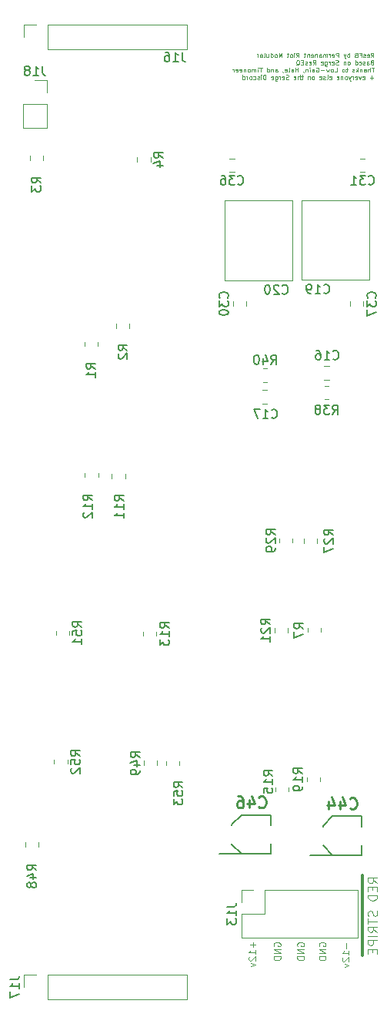
<source format=gbr>
%TF.GenerationSoftware,KiCad,Pcbnew,8.0.2*%
%TF.CreationDate,2025-05-20T09:10:07-07:00*%
%TF.ProjectId,ResEQ_Mini,52657345-515f-44d6-996e-692e6b696361,rev?*%
%TF.SameCoordinates,Original*%
%TF.FileFunction,Legend,Bot*%
%TF.FilePolarity,Positive*%
%FSLAX46Y46*%
G04 Gerber Fmt 4.6, Leading zero omitted, Abs format (unit mm)*
G04 Created by KiCad (PCBNEW 8.0.2) date 2025-05-20 09:10:07*
%MOMM*%
%LPD*%
G01*
G04 APERTURE LIST*
%ADD10C,0.300000*%
%ADD11C,0.100000*%
%ADD12C,0.150000*%
%ADD13C,0.254000*%
%ADD14C,0.120000*%
%ADD15C,0.200000*%
G04 APERTURE END LIST*
D10*
X164846000Y-131978400D02*
X164846000Y-140817600D01*
D11*
X157684728Y-139778417D02*
X157649014Y-139706989D01*
X157649014Y-139706989D02*
X157649014Y-139599846D01*
X157649014Y-139599846D02*
X157684728Y-139492703D01*
X157684728Y-139492703D02*
X157756157Y-139421274D01*
X157756157Y-139421274D02*
X157827585Y-139385560D01*
X157827585Y-139385560D02*
X157970442Y-139349846D01*
X157970442Y-139349846D02*
X158077585Y-139349846D01*
X158077585Y-139349846D02*
X158220442Y-139385560D01*
X158220442Y-139385560D02*
X158291871Y-139421274D01*
X158291871Y-139421274D02*
X158363300Y-139492703D01*
X158363300Y-139492703D02*
X158399014Y-139599846D01*
X158399014Y-139599846D02*
X158399014Y-139671274D01*
X158399014Y-139671274D02*
X158363300Y-139778417D01*
X158363300Y-139778417D02*
X158327585Y-139814131D01*
X158327585Y-139814131D02*
X158077585Y-139814131D01*
X158077585Y-139814131D02*
X158077585Y-139671274D01*
X158399014Y-140135560D02*
X157649014Y-140135560D01*
X157649014Y-140135560D02*
X158399014Y-140564131D01*
X158399014Y-140564131D02*
X157649014Y-140564131D01*
X158399014Y-140921274D02*
X157649014Y-140921274D01*
X157649014Y-140921274D02*
X157649014Y-141099845D01*
X157649014Y-141099845D02*
X157684728Y-141206988D01*
X157684728Y-141206988D02*
X157756157Y-141278417D01*
X157756157Y-141278417D02*
X157827585Y-141314131D01*
X157827585Y-141314131D02*
X157970442Y-141349845D01*
X157970442Y-141349845D02*
X158077585Y-141349845D01*
X158077585Y-141349845D02*
X158220442Y-141314131D01*
X158220442Y-141314131D02*
X158291871Y-141278417D01*
X158291871Y-141278417D02*
X158363300Y-141206988D01*
X158363300Y-141206988D02*
X158399014Y-141099845D01*
X158399014Y-141099845D02*
X158399014Y-140921274D01*
X152779300Y-139334760D02*
X152779300Y-139906189D01*
X153065014Y-139620474D02*
X152493585Y-139620474D01*
X153065014Y-140656188D02*
X153065014Y-140227617D01*
X153065014Y-140441902D02*
X152315014Y-140441902D01*
X152315014Y-140441902D02*
X152422157Y-140370474D01*
X152422157Y-140370474D02*
X152493585Y-140299045D01*
X152493585Y-140299045D02*
X152529300Y-140227617D01*
X152386442Y-140941903D02*
X152350728Y-140977617D01*
X152350728Y-140977617D02*
X152315014Y-141049046D01*
X152315014Y-141049046D02*
X152315014Y-141227617D01*
X152315014Y-141227617D02*
X152350728Y-141299046D01*
X152350728Y-141299046D02*
X152386442Y-141334760D01*
X152386442Y-141334760D02*
X152457871Y-141370474D01*
X152457871Y-141370474D02*
X152529300Y-141370474D01*
X152529300Y-141370474D02*
X152636442Y-141334760D01*
X152636442Y-141334760D02*
X153065014Y-140906188D01*
X153065014Y-140906188D02*
X153065014Y-141370474D01*
X152565014Y-141620474D02*
X153065014Y-141799046D01*
X153065014Y-141799046D02*
X152565014Y-141977617D01*
X165747049Y-42121093D02*
X165913715Y-41882998D01*
X166032763Y-42121093D02*
X166032763Y-41621093D01*
X166032763Y-41621093D02*
X165842287Y-41621093D01*
X165842287Y-41621093D02*
X165794668Y-41644903D01*
X165794668Y-41644903D02*
X165770858Y-41668712D01*
X165770858Y-41668712D02*
X165747049Y-41716331D01*
X165747049Y-41716331D02*
X165747049Y-41787760D01*
X165747049Y-41787760D02*
X165770858Y-41835379D01*
X165770858Y-41835379D02*
X165794668Y-41859188D01*
X165794668Y-41859188D02*
X165842287Y-41882998D01*
X165842287Y-41882998D02*
X166032763Y-41882998D01*
X165342287Y-42097284D02*
X165389906Y-42121093D01*
X165389906Y-42121093D02*
X165485144Y-42121093D01*
X165485144Y-42121093D02*
X165532763Y-42097284D01*
X165532763Y-42097284D02*
X165556572Y-42049664D01*
X165556572Y-42049664D02*
X165556572Y-41859188D01*
X165556572Y-41859188D02*
X165532763Y-41811569D01*
X165532763Y-41811569D02*
X165485144Y-41787760D01*
X165485144Y-41787760D02*
X165389906Y-41787760D01*
X165389906Y-41787760D02*
X165342287Y-41811569D01*
X165342287Y-41811569D02*
X165318477Y-41859188D01*
X165318477Y-41859188D02*
X165318477Y-41906807D01*
X165318477Y-41906807D02*
X165556572Y-41954426D01*
X165128001Y-42097284D02*
X165080382Y-42121093D01*
X165080382Y-42121093D02*
X164985144Y-42121093D01*
X164985144Y-42121093D02*
X164937525Y-42097284D01*
X164937525Y-42097284D02*
X164913716Y-42049664D01*
X164913716Y-42049664D02*
X164913716Y-42025855D01*
X164913716Y-42025855D02*
X164937525Y-41978236D01*
X164937525Y-41978236D02*
X164985144Y-41954426D01*
X164985144Y-41954426D02*
X165056573Y-41954426D01*
X165056573Y-41954426D02*
X165104192Y-41930617D01*
X165104192Y-41930617D02*
X165128001Y-41882998D01*
X165128001Y-41882998D02*
X165128001Y-41859188D01*
X165128001Y-41859188D02*
X165104192Y-41811569D01*
X165104192Y-41811569D02*
X165056573Y-41787760D01*
X165056573Y-41787760D02*
X164985144Y-41787760D01*
X164985144Y-41787760D02*
X164937525Y-41811569D01*
X164532763Y-41859188D02*
X164699430Y-41859188D01*
X164699430Y-42121093D02*
X164699430Y-41621093D01*
X164699430Y-41621093D02*
X164461335Y-41621093D01*
X164104192Y-41859188D02*
X164032764Y-41882998D01*
X164032764Y-41882998D02*
X164008954Y-41906807D01*
X164008954Y-41906807D02*
X163985145Y-41954426D01*
X163985145Y-41954426D02*
X163985145Y-42025855D01*
X163985145Y-42025855D02*
X164008954Y-42073474D01*
X164008954Y-42073474D02*
X164032764Y-42097284D01*
X164032764Y-42097284D02*
X164080383Y-42121093D01*
X164080383Y-42121093D02*
X164270859Y-42121093D01*
X164270859Y-42121093D02*
X164270859Y-41621093D01*
X164270859Y-41621093D02*
X164104192Y-41621093D01*
X164104192Y-41621093D02*
X164056573Y-41644903D01*
X164056573Y-41644903D02*
X164032764Y-41668712D01*
X164032764Y-41668712D02*
X164008954Y-41716331D01*
X164008954Y-41716331D02*
X164008954Y-41763950D01*
X164008954Y-41763950D02*
X164032764Y-41811569D01*
X164032764Y-41811569D02*
X164056573Y-41835379D01*
X164056573Y-41835379D02*
X164104192Y-41859188D01*
X164104192Y-41859188D02*
X164270859Y-41859188D01*
X163389907Y-42121093D02*
X163389907Y-41621093D01*
X163389907Y-41811569D02*
X163342288Y-41787760D01*
X163342288Y-41787760D02*
X163247050Y-41787760D01*
X163247050Y-41787760D02*
X163199431Y-41811569D01*
X163199431Y-41811569D02*
X163175621Y-41835379D01*
X163175621Y-41835379D02*
X163151812Y-41882998D01*
X163151812Y-41882998D02*
X163151812Y-42025855D01*
X163151812Y-42025855D02*
X163175621Y-42073474D01*
X163175621Y-42073474D02*
X163199431Y-42097284D01*
X163199431Y-42097284D02*
X163247050Y-42121093D01*
X163247050Y-42121093D02*
X163342288Y-42121093D01*
X163342288Y-42121093D02*
X163389907Y-42097284D01*
X162985145Y-41787760D02*
X162866097Y-42121093D01*
X162747050Y-41787760D02*
X162866097Y-42121093D01*
X162866097Y-42121093D02*
X162913716Y-42240141D01*
X162913716Y-42240141D02*
X162937526Y-42263950D01*
X162937526Y-42263950D02*
X162985145Y-42287760D01*
X162175622Y-42121093D02*
X162175622Y-41621093D01*
X162175622Y-41621093D02*
X161985146Y-41621093D01*
X161985146Y-41621093D02*
X161937527Y-41644903D01*
X161937527Y-41644903D02*
X161913717Y-41668712D01*
X161913717Y-41668712D02*
X161889908Y-41716331D01*
X161889908Y-41716331D02*
X161889908Y-41787760D01*
X161889908Y-41787760D02*
X161913717Y-41835379D01*
X161913717Y-41835379D02*
X161937527Y-41859188D01*
X161937527Y-41859188D02*
X161985146Y-41882998D01*
X161985146Y-41882998D02*
X162175622Y-41882998D01*
X161485146Y-42097284D02*
X161532765Y-42121093D01*
X161532765Y-42121093D02*
X161628003Y-42121093D01*
X161628003Y-42121093D02*
X161675622Y-42097284D01*
X161675622Y-42097284D02*
X161699431Y-42049664D01*
X161699431Y-42049664D02*
X161699431Y-41859188D01*
X161699431Y-41859188D02*
X161675622Y-41811569D01*
X161675622Y-41811569D02*
X161628003Y-41787760D01*
X161628003Y-41787760D02*
X161532765Y-41787760D01*
X161532765Y-41787760D02*
X161485146Y-41811569D01*
X161485146Y-41811569D02*
X161461336Y-41859188D01*
X161461336Y-41859188D02*
X161461336Y-41906807D01*
X161461336Y-41906807D02*
X161699431Y-41954426D01*
X161247051Y-42121093D02*
X161247051Y-41787760D01*
X161247051Y-41882998D02*
X161223241Y-41835379D01*
X161223241Y-41835379D02*
X161199432Y-41811569D01*
X161199432Y-41811569D02*
X161151813Y-41787760D01*
X161151813Y-41787760D02*
X161104194Y-41787760D01*
X160937527Y-42121093D02*
X160937527Y-41787760D01*
X160937527Y-41835379D02*
X160913717Y-41811569D01*
X160913717Y-41811569D02*
X160866098Y-41787760D01*
X160866098Y-41787760D02*
X160794670Y-41787760D01*
X160794670Y-41787760D02*
X160747051Y-41811569D01*
X160747051Y-41811569D02*
X160723241Y-41859188D01*
X160723241Y-41859188D02*
X160723241Y-42121093D01*
X160723241Y-41859188D02*
X160699432Y-41811569D01*
X160699432Y-41811569D02*
X160651813Y-41787760D01*
X160651813Y-41787760D02*
X160580384Y-41787760D01*
X160580384Y-41787760D02*
X160532765Y-41811569D01*
X160532765Y-41811569D02*
X160508955Y-41859188D01*
X160508955Y-41859188D02*
X160508955Y-42121093D01*
X160056574Y-42121093D02*
X160056574Y-41859188D01*
X160056574Y-41859188D02*
X160080384Y-41811569D01*
X160080384Y-41811569D02*
X160128003Y-41787760D01*
X160128003Y-41787760D02*
X160223241Y-41787760D01*
X160223241Y-41787760D02*
X160270860Y-41811569D01*
X160056574Y-42097284D02*
X160104193Y-42121093D01*
X160104193Y-42121093D02*
X160223241Y-42121093D01*
X160223241Y-42121093D02*
X160270860Y-42097284D01*
X160270860Y-42097284D02*
X160294669Y-42049664D01*
X160294669Y-42049664D02*
X160294669Y-42002045D01*
X160294669Y-42002045D02*
X160270860Y-41954426D01*
X160270860Y-41954426D02*
X160223241Y-41930617D01*
X160223241Y-41930617D02*
X160104193Y-41930617D01*
X160104193Y-41930617D02*
X160056574Y-41906807D01*
X159818479Y-41787760D02*
X159818479Y-42121093D01*
X159818479Y-41835379D02*
X159794669Y-41811569D01*
X159794669Y-41811569D02*
X159747050Y-41787760D01*
X159747050Y-41787760D02*
X159675622Y-41787760D01*
X159675622Y-41787760D02*
X159628003Y-41811569D01*
X159628003Y-41811569D02*
X159604193Y-41859188D01*
X159604193Y-41859188D02*
X159604193Y-42121093D01*
X159175622Y-42097284D02*
X159223241Y-42121093D01*
X159223241Y-42121093D02*
X159318479Y-42121093D01*
X159318479Y-42121093D02*
X159366098Y-42097284D01*
X159366098Y-42097284D02*
X159389907Y-42049664D01*
X159389907Y-42049664D02*
X159389907Y-41859188D01*
X159389907Y-41859188D02*
X159366098Y-41811569D01*
X159366098Y-41811569D02*
X159318479Y-41787760D01*
X159318479Y-41787760D02*
X159223241Y-41787760D01*
X159223241Y-41787760D02*
X159175622Y-41811569D01*
X159175622Y-41811569D02*
X159151812Y-41859188D01*
X159151812Y-41859188D02*
X159151812Y-41906807D01*
X159151812Y-41906807D02*
X159389907Y-41954426D01*
X158937527Y-41787760D02*
X158937527Y-42121093D01*
X158937527Y-41835379D02*
X158913717Y-41811569D01*
X158913717Y-41811569D02*
X158866098Y-41787760D01*
X158866098Y-41787760D02*
X158794670Y-41787760D01*
X158794670Y-41787760D02*
X158747051Y-41811569D01*
X158747051Y-41811569D02*
X158723241Y-41859188D01*
X158723241Y-41859188D02*
X158723241Y-42121093D01*
X158556574Y-41787760D02*
X158366098Y-41787760D01*
X158485146Y-41621093D02*
X158485146Y-42049664D01*
X158485146Y-42049664D02*
X158461336Y-42097284D01*
X158461336Y-42097284D02*
X158413717Y-42121093D01*
X158413717Y-42121093D02*
X158366098Y-42121093D01*
X157532766Y-42121093D02*
X157699432Y-41882998D01*
X157818480Y-42121093D02*
X157818480Y-41621093D01*
X157818480Y-41621093D02*
X157628004Y-41621093D01*
X157628004Y-41621093D02*
X157580385Y-41644903D01*
X157580385Y-41644903D02*
X157556575Y-41668712D01*
X157556575Y-41668712D02*
X157532766Y-41716331D01*
X157532766Y-41716331D02*
X157532766Y-41787760D01*
X157532766Y-41787760D02*
X157556575Y-41835379D01*
X157556575Y-41835379D02*
X157580385Y-41859188D01*
X157580385Y-41859188D02*
X157628004Y-41882998D01*
X157628004Y-41882998D02*
X157818480Y-41882998D01*
X157318480Y-42121093D02*
X157318480Y-41787760D01*
X157318480Y-41621093D02*
X157342289Y-41644903D01*
X157342289Y-41644903D02*
X157318480Y-41668712D01*
X157318480Y-41668712D02*
X157294670Y-41644903D01*
X157294670Y-41644903D02*
X157318480Y-41621093D01*
X157318480Y-41621093D02*
X157318480Y-41668712D01*
X157008956Y-42121093D02*
X157056575Y-42097284D01*
X157056575Y-42097284D02*
X157080385Y-42073474D01*
X157080385Y-42073474D02*
X157104194Y-42025855D01*
X157104194Y-42025855D02*
X157104194Y-41882998D01*
X157104194Y-41882998D02*
X157080385Y-41835379D01*
X157080385Y-41835379D02*
X157056575Y-41811569D01*
X157056575Y-41811569D02*
X157008956Y-41787760D01*
X157008956Y-41787760D02*
X156937528Y-41787760D01*
X156937528Y-41787760D02*
X156889909Y-41811569D01*
X156889909Y-41811569D02*
X156866099Y-41835379D01*
X156866099Y-41835379D02*
X156842290Y-41882998D01*
X156842290Y-41882998D02*
X156842290Y-42025855D01*
X156842290Y-42025855D02*
X156866099Y-42073474D01*
X156866099Y-42073474D02*
X156889909Y-42097284D01*
X156889909Y-42097284D02*
X156937528Y-42121093D01*
X156937528Y-42121093D02*
X157008956Y-42121093D01*
X156699432Y-41787760D02*
X156508956Y-41787760D01*
X156628004Y-41621093D02*
X156628004Y-42049664D01*
X156628004Y-42049664D02*
X156604194Y-42097284D01*
X156604194Y-42097284D02*
X156556575Y-42121093D01*
X156556575Y-42121093D02*
X156508956Y-42121093D01*
X155961338Y-42121093D02*
X155961338Y-41621093D01*
X155961338Y-41621093D02*
X155794671Y-41978236D01*
X155794671Y-41978236D02*
X155628005Y-41621093D01*
X155628005Y-41621093D02*
X155628005Y-42121093D01*
X155318480Y-42121093D02*
X155366099Y-42097284D01*
X155366099Y-42097284D02*
X155389909Y-42073474D01*
X155389909Y-42073474D02*
X155413718Y-42025855D01*
X155413718Y-42025855D02*
X155413718Y-41882998D01*
X155413718Y-41882998D02*
X155389909Y-41835379D01*
X155389909Y-41835379D02*
X155366099Y-41811569D01*
X155366099Y-41811569D02*
X155318480Y-41787760D01*
X155318480Y-41787760D02*
X155247052Y-41787760D01*
X155247052Y-41787760D02*
X155199433Y-41811569D01*
X155199433Y-41811569D02*
X155175623Y-41835379D01*
X155175623Y-41835379D02*
X155151814Y-41882998D01*
X155151814Y-41882998D02*
X155151814Y-42025855D01*
X155151814Y-42025855D02*
X155175623Y-42073474D01*
X155175623Y-42073474D02*
X155199433Y-42097284D01*
X155199433Y-42097284D02*
X155247052Y-42121093D01*
X155247052Y-42121093D02*
X155318480Y-42121093D01*
X154723242Y-42121093D02*
X154723242Y-41621093D01*
X154723242Y-42097284D02*
X154770861Y-42121093D01*
X154770861Y-42121093D02*
X154866099Y-42121093D01*
X154866099Y-42121093D02*
X154913718Y-42097284D01*
X154913718Y-42097284D02*
X154937528Y-42073474D01*
X154937528Y-42073474D02*
X154961337Y-42025855D01*
X154961337Y-42025855D02*
X154961337Y-41882998D01*
X154961337Y-41882998D02*
X154937528Y-41835379D01*
X154937528Y-41835379D02*
X154913718Y-41811569D01*
X154913718Y-41811569D02*
X154866099Y-41787760D01*
X154866099Y-41787760D02*
X154770861Y-41787760D01*
X154770861Y-41787760D02*
X154723242Y-41811569D01*
X154270861Y-41787760D02*
X154270861Y-42121093D01*
X154485147Y-41787760D02*
X154485147Y-42049664D01*
X154485147Y-42049664D02*
X154461337Y-42097284D01*
X154461337Y-42097284D02*
X154413718Y-42121093D01*
X154413718Y-42121093D02*
X154342290Y-42121093D01*
X154342290Y-42121093D02*
X154294671Y-42097284D01*
X154294671Y-42097284D02*
X154270861Y-42073474D01*
X153961337Y-42121093D02*
X154008956Y-42097284D01*
X154008956Y-42097284D02*
X154032766Y-42049664D01*
X154032766Y-42049664D02*
X154032766Y-41621093D01*
X153556575Y-42121093D02*
X153556575Y-41859188D01*
X153556575Y-41859188D02*
X153580385Y-41811569D01*
X153580385Y-41811569D02*
X153628004Y-41787760D01*
X153628004Y-41787760D02*
X153723242Y-41787760D01*
X153723242Y-41787760D02*
X153770861Y-41811569D01*
X153556575Y-42097284D02*
X153604194Y-42121093D01*
X153604194Y-42121093D02*
X153723242Y-42121093D01*
X153723242Y-42121093D02*
X153770861Y-42097284D01*
X153770861Y-42097284D02*
X153794670Y-42049664D01*
X153794670Y-42049664D02*
X153794670Y-42002045D01*
X153794670Y-42002045D02*
X153770861Y-41954426D01*
X153770861Y-41954426D02*
X153723242Y-41930617D01*
X153723242Y-41930617D02*
X153604194Y-41930617D01*
X153604194Y-41930617D02*
X153556575Y-41906807D01*
X153318480Y-42121093D02*
X153318480Y-41787760D01*
X153318480Y-41882998D02*
X153294670Y-41835379D01*
X153294670Y-41835379D02*
X153270861Y-41811569D01*
X153270861Y-41811569D02*
X153223242Y-41787760D01*
X153223242Y-41787760D02*
X153175623Y-41787760D01*
X165866096Y-42664160D02*
X165794668Y-42687970D01*
X165794668Y-42687970D02*
X165770858Y-42711779D01*
X165770858Y-42711779D02*
X165747049Y-42759398D01*
X165747049Y-42759398D02*
X165747049Y-42830827D01*
X165747049Y-42830827D02*
X165770858Y-42878446D01*
X165770858Y-42878446D02*
X165794668Y-42902256D01*
X165794668Y-42902256D02*
X165842287Y-42926065D01*
X165842287Y-42926065D02*
X166032763Y-42926065D01*
X166032763Y-42926065D02*
X166032763Y-42426065D01*
X166032763Y-42426065D02*
X165866096Y-42426065D01*
X165866096Y-42426065D02*
X165818477Y-42449875D01*
X165818477Y-42449875D02*
X165794668Y-42473684D01*
X165794668Y-42473684D02*
X165770858Y-42521303D01*
X165770858Y-42521303D02*
X165770858Y-42568922D01*
X165770858Y-42568922D02*
X165794668Y-42616541D01*
X165794668Y-42616541D02*
X165818477Y-42640351D01*
X165818477Y-42640351D02*
X165866096Y-42664160D01*
X165866096Y-42664160D02*
X166032763Y-42664160D01*
X165318477Y-42926065D02*
X165318477Y-42664160D01*
X165318477Y-42664160D02*
X165342287Y-42616541D01*
X165342287Y-42616541D02*
X165389906Y-42592732D01*
X165389906Y-42592732D02*
X165485144Y-42592732D01*
X165485144Y-42592732D02*
X165532763Y-42616541D01*
X165318477Y-42902256D02*
X165366096Y-42926065D01*
X165366096Y-42926065D02*
X165485144Y-42926065D01*
X165485144Y-42926065D02*
X165532763Y-42902256D01*
X165532763Y-42902256D02*
X165556572Y-42854636D01*
X165556572Y-42854636D02*
X165556572Y-42807017D01*
X165556572Y-42807017D02*
X165532763Y-42759398D01*
X165532763Y-42759398D02*
X165485144Y-42735589D01*
X165485144Y-42735589D02*
X165366096Y-42735589D01*
X165366096Y-42735589D02*
X165318477Y-42711779D01*
X165104191Y-42902256D02*
X165056572Y-42926065D01*
X165056572Y-42926065D02*
X164961334Y-42926065D01*
X164961334Y-42926065D02*
X164913715Y-42902256D01*
X164913715Y-42902256D02*
X164889906Y-42854636D01*
X164889906Y-42854636D02*
X164889906Y-42830827D01*
X164889906Y-42830827D02*
X164913715Y-42783208D01*
X164913715Y-42783208D02*
X164961334Y-42759398D01*
X164961334Y-42759398D02*
X165032763Y-42759398D01*
X165032763Y-42759398D02*
X165080382Y-42735589D01*
X165080382Y-42735589D02*
X165104191Y-42687970D01*
X165104191Y-42687970D02*
X165104191Y-42664160D01*
X165104191Y-42664160D02*
X165080382Y-42616541D01*
X165080382Y-42616541D02*
X165032763Y-42592732D01*
X165032763Y-42592732D02*
X164961334Y-42592732D01*
X164961334Y-42592732D02*
X164913715Y-42616541D01*
X164485144Y-42902256D02*
X164532763Y-42926065D01*
X164532763Y-42926065D02*
X164628001Y-42926065D01*
X164628001Y-42926065D02*
X164675620Y-42902256D01*
X164675620Y-42902256D02*
X164699429Y-42854636D01*
X164699429Y-42854636D02*
X164699429Y-42664160D01*
X164699429Y-42664160D02*
X164675620Y-42616541D01*
X164675620Y-42616541D02*
X164628001Y-42592732D01*
X164628001Y-42592732D02*
X164532763Y-42592732D01*
X164532763Y-42592732D02*
X164485144Y-42616541D01*
X164485144Y-42616541D02*
X164461334Y-42664160D01*
X164461334Y-42664160D02*
X164461334Y-42711779D01*
X164461334Y-42711779D02*
X164699429Y-42759398D01*
X164032763Y-42926065D02*
X164032763Y-42426065D01*
X164032763Y-42902256D02*
X164080382Y-42926065D01*
X164080382Y-42926065D02*
X164175620Y-42926065D01*
X164175620Y-42926065D02*
X164223239Y-42902256D01*
X164223239Y-42902256D02*
X164247049Y-42878446D01*
X164247049Y-42878446D02*
X164270858Y-42830827D01*
X164270858Y-42830827D02*
X164270858Y-42687970D01*
X164270858Y-42687970D02*
X164247049Y-42640351D01*
X164247049Y-42640351D02*
X164223239Y-42616541D01*
X164223239Y-42616541D02*
X164175620Y-42592732D01*
X164175620Y-42592732D02*
X164080382Y-42592732D01*
X164080382Y-42592732D02*
X164032763Y-42616541D01*
X163342287Y-42926065D02*
X163389906Y-42902256D01*
X163389906Y-42902256D02*
X163413716Y-42878446D01*
X163413716Y-42878446D02*
X163437525Y-42830827D01*
X163437525Y-42830827D02*
X163437525Y-42687970D01*
X163437525Y-42687970D02*
X163413716Y-42640351D01*
X163413716Y-42640351D02*
X163389906Y-42616541D01*
X163389906Y-42616541D02*
X163342287Y-42592732D01*
X163342287Y-42592732D02*
X163270859Y-42592732D01*
X163270859Y-42592732D02*
X163223240Y-42616541D01*
X163223240Y-42616541D02*
X163199430Y-42640351D01*
X163199430Y-42640351D02*
X163175621Y-42687970D01*
X163175621Y-42687970D02*
X163175621Y-42830827D01*
X163175621Y-42830827D02*
X163199430Y-42878446D01*
X163199430Y-42878446D02*
X163223240Y-42902256D01*
X163223240Y-42902256D02*
X163270859Y-42926065D01*
X163270859Y-42926065D02*
X163342287Y-42926065D01*
X162961335Y-42592732D02*
X162961335Y-42926065D01*
X162961335Y-42640351D02*
X162937525Y-42616541D01*
X162937525Y-42616541D02*
X162889906Y-42592732D01*
X162889906Y-42592732D02*
X162818478Y-42592732D01*
X162818478Y-42592732D02*
X162770859Y-42616541D01*
X162770859Y-42616541D02*
X162747049Y-42664160D01*
X162747049Y-42664160D02*
X162747049Y-42926065D01*
X162151811Y-42902256D02*
X162080383Y-42926065D01*
X162080383Y-42926065D02*
X161961335Y-42926065D01*
X161961335Y-42926065D02*
X161913716Y-42902256D01*
X161913716Y-42902256D02*
X161889907Y-42878446D01*
X161889907Y-42878446D02*
X161866097Y-42830827D01*
X161866097Y-42830827D02*
X161866097Y-42783208D01*
X161866097Y-42783208D02*
X161889907Y-42735589D01*
X161889907Y-42735589D02*
X161913716Y-42711779D01*
X161913716Y-42711779D02*
X161961335Y-42687970D01*
X161961335Y-42687970D02*
X162056573Y-42664160D01*
X162056573Y-42664160D02*
X162104192Y-42640351D01*
X162104192Y-42640351D02*
X162128002Y-42616541D01*
X162128002Y-42616541D02*
X162151811Y-42568922D01*
X162151811Y-42568922D02*
X162151811Y-42521303D01*
X162151811Y-42521303D02*
X162128002Y-42473684D01*
X162128002Y-42473684D02*
X162104192Y-42449875D01*
X162104192Y-42449875D02*
X162056573Y-42426065D01*
X162056573Y-42426065D02*
X161937526Y-42426065D01*
X161937526Y-42426065D02*
X161866097Y-42449875D01*
X161461336Y-42902256D02*
X161508955Y-42926065D01*
X161508955Y-42926065D02*
X161604193Y-42926065D01*
X161604193Y-42926065D02*
X161651812Y-42902256D01*
X161651812Y-42902256D02*
X161675621Y-42854636D01*
X161675621Y-42854636D02*
X161675621Y-42664160D01*
X161675621Y-42664160D02*
X161651812Y-42616541D01*
X161651812Y-42616541D02*
X161604193Y-42592732D01*
X161604193Y-42592732D02*
X161508955Y-42592732D01*
X161508955Y-42592732D02*
X161461336Y-42616541D01*
X161461336Y-42616541D02*
X161437526Y-42664160D01*
X161437526Y-42664160D02*
X161437526Y-42711779D01*
X161437526Y-42711779D02*
X161675621Y-42759398D01*
X161223241Y-42926065D02*
X161223241Y-42592732D01*
X161223241Y-42687970D02*
X161199431Y-42640351D01*
X161199431Y-42640351D02*
X161175622Y-42616541D01*
X161175622Y-42616541D02*
X161128003Y-42592732D01*
X161128003Y-42592732D02*
X161080384Y-42592732D01*
X160699431Y-42592732D02*
X160699431Y-42997494D01*
X160699431Y-42997494D02*
X160723241Y-43045113D01*
X160723241Y-43045113D02*
X160747050Y-43068922D01*
X160747050Y-43068922D02*
X160794669Y-43092732D01*
X160794669Y-43092732D02*
X160866098Y-43092732D01*
X160866098Y-43092732D02*
X160913717Y-43068922D01*
X160699431Y-42902256D02*
X160747050Y-42926065D01*
X160747050Y-42926065D02*
X160842288Y-42926065D01*
X160842288Y-42926065D02*
X160889907Y-42902256D01*
X160889907Y-42902256D02*
X160913717Y-42878446D01*
X160913717Y-42878446D02*
X160937526Y-42830827D01*
X160937526Y-42830827D02*
X160937526Y-42687970D01*
X160937526Y-42687970D02*
X160913717Y-42640351D01*
X160913717Y-42640351D02*
X160889907Y-42616541D01*
X160889907Y-42616541D02*
X160842288Y-42592732D01*
X160842288Y-42592732D02*
X160747050Y-42592732D01*
X160747050Y-42592732D02*
X160699431Y-42616541D01*
X160270860Y-42902256D02*
X160318479Y-42926065D01*
X160318479Y-42926065D02*
X160413717Y-42926065D01*
X160413717Y-42926065D02*
X160461336Y-42902256D01*
X160461336Y-42902256D02*
X160485145Y-42854636D01*
X160485145Y-42854636D02*
X160485145Y-42664160D01*
X160485145Y-42664160D02*
X160461336Y-42616541D01*
X160461336Y-42616541D02*
X160413717Y-42592732D01*
X160413717Y-42592732D02*
X160318479Y-42592732D01*
X160318479Y-42592732D02*
X160270860Y-42616541D01*
X160270860Y-42616541D02*
X160247050Y-42664160D01*
X160247050Y-42664160D02*
X160247050Y-42711779D01*
X160247050Y-42711779D02*
X160485145Y-42759398D01*
X159366099Y-42926065D02*
X159532765Y-42687970D01*
X159651813Y-42926065D02*
X159651813Y-42426065D01*
X159651813Y-42426065D02*
X159461337Y-42426065D01*
X159461337Y-42426065D02*
X159413718Y-42449875D01*
X159413718Y-42449875D02*
X159389908Y-42473684D01*
X159389908Y-42473684D02*
X159366099Y-42521303D01*
X159366099Y-42521303D02*
X159366099Y-42592732D01*
X159366099Y-42592732D02*
X159389908Y-42640351D01*
X159389908Y-42640351D02*
X159413718Y-42664160D01*
X159413718Y-42664160D02*
X159461337Y-42687970D01*
X159461337Y-42687970D02*
X159651813Y-42687970D01*
X158961337Y-42902256D02*
X159008956Y-42926065D01*
X159008956Y-42926065D02*
X159104194Y-42926065D01*
X159104194Y-42926065D02*
X159151813Y-42902256D01*
X159151813Y-42902256D02*
X159175622Y-42854636D01*
X159175622Y-42854636D02*
X159175622Y-42664160D01*
X159175622Y-42664160D02*
X159151813Y-42616541D01*
X159151813Y-42616541D02*
X159104194Y-42592732D01*
X159104194Y-42592732D02*
X159008956Y-42592732D01*
X159008956Y-42592732D02*
X158961337Y-42616541D01*
X158961337Y-42616541D02*
X158937527Y-42664160D01*
X158937527Y-42664160D02*
X158937527Y-42711779D01*
X158937527Y-42711779D02*
X159175622Y-42759398D01*
X158747051Y-42902256D02*
X158699432Y-42926065D01*
X158699432Y-42926065D02*
X158604194Y-42926065D01*
X158604194Y-42926065D02*
X158556575Y-42902256D01*
X158556575Y-42902256D02*
X158532766Y-42854636D01*
X158532766Y-42854636D02*
X158532766Y-42830827D01*
X158532766Y-42830827D02*
X158556575Y-42783208D01*
X158556575Y-42783208D02*
X158604194Y-42759398D01*
X158604194Y-42759398D02*
X158675623Y-42759398D01*
X158675623Y-42759398D02*
X158723242Y-42735589D01*
X158723242Y-42735589D02*
X158747051Y-42687970D01*
X158747051Y-42687970D02*
X158747051Y-42664160D01*
X158747051Y-42664160D02*
X158723242Y-42616541D01*
X158723242Y-42616541D02*
X158675623Y-42592732D01*
X158675623Y-42592732D02*
X158604194Y-42592732D01*
X158604194Y-42592732D02*
X158556575Y-42616541D01*
X158318480Y-42664160D02*
X158151813Y-42664160D01*
X158080385Y-42926065D02*
X158318480Y-42926065D01*
X158318480Y-42926065D02*
X158318480Y-42426065D01*
X158318480Y-42426065D02*
X158080385Y-42426065D01*
X157532766Y-42973684D02*
X157580385Y-42949875D01*
X157580385Y-42949875D02*
X157628004Y-42902256D01*
X157628004Y-42902256D02*
X157699432Y-42830827D01*
X157699432Y-42830827D02*
X157747051Y-42807017D01*
X157747051Y-42807017D02*
X157794670Y-42807017D01*
X157770861Y-42926065D02*
X157818480Y-42902256D01*
X157818480Y-42902256D02*
X157866099Y-42854636D01*
X157866099Y-42854636D02*
X157889908Y-42759398D01*
X157889908Y-42759398D02*
X157889908Y-42592732D01*
X157889908Y-42592732D02*
X157866099Y-42497494D01*
X157866099Y-42497494D02*
X157818480Y-42449875D01*
X157818480Y-42449875D02*
X157770861Y-42426065D01*
X157770861Y-42426065D02*
X157675623Y-42426065D01*
X157675623Y-42426065D02*
X157628004Y-42449875D01*
X157628004Y-42449875D02*
X157580385Y-42497494D01*
X157580385Y-42497494D02*
X157556575Y-42592732D01*
X157556575Y-42592732D02*
X157556575Y-42759398D01*
X157556575Y-42759398D02*
X157580385Y-42854636D01*
X157580385Y-42854636D02*
X157628004Y-42902256D01*
X157628004Y-42902256D02*
X157675623Y-42926065D01*
X157675623Y-42926065D02*
X157770861Y-42926065D01*
X166104191Y-43231037D02*
X165818477Y-43231037D01*
X165961334Y-43731037D02*
X165961334Y-43231037D01*
X165651811Y-43731037D02*
X165651811Y-43231037D01*
X165437525Y-43731037D02*
X165437525Y-43469132D01*
X165437525Y-43469132D02*
X165461335Y-43421513D01*
X165461335Y-43421513D02*
X165508954Y-43397704D01*
X165508954Y-43397704D02*
X165580382Y-43397704D01*
X165580382Y-43397704D02*
X165628001Y-43421513D01*
X165628001Y-43421513D02*
X165651811Y-43445323D01*
X164985144Y-43731037D02*
X164985144Y-43469132D01*
X164985144Y-43469132D02*
X165008954Y-43421513D01*
X165008954Y-43421513D02*
X165056573Y-43397704D01*
X165056573Y-43397704D02*
X165151811Y-43397704D01*
X165151811Y-43397704D02*
X165199430Y-43421513D01*
X164985144Y-43707228D02*
X165032763Y-43731037D01*
X165032763Y-43731037D02*
X165151811Y-43731037D01*
X165151811Y-43731037D02*
X165199430Y-43707228D01*
X165199430Y-43707228D02*
X165223239Y-43659608D01*
X165223239Y-43659608D02*
X165223239Y-43611989D01*
X165223239Y-43611989D02*
X165199430Y-43564370D01*
X165199430Y-43564370D02*
X165151811Y-43540561D01*
X165151811Y-43540561D02*
X165032763Y-43540561D01*
X165032763Y-43540561D02*
X164985144Y-43516751D01*
X164747049Y-43397704D02*
X164747049Y-43731037D01*
X164747049Y-43445323D02*
X164723239Y-43421513D01*
X164723239Y-43421513D02*
X164675620Y-43397704D01*
X164675620Y-43397704D02*
X164604192Y-43397704D01*
X164604192Y-43397704D02*
X164556573Y-43421513D01*
X164556573Y-43421513D02*
X164532763Y-43469132D01*
X164532763Y-43469132D02*
X164532763Y-43731037D01*
X164294668Y-43731037D02*
X164294668Y-43231037D01*
X164247049Y-43540561D02*
X164104192Y-43731037D01*
X164104192Y-43397704D02*
X164294668Y-43588180D01*
X163913715Y-43707228D02*
X163866096Y-43731037D01*
X163866096Y-43731037D02*
X163770858Y-43731037D01*
X163770858Y-43731037D02*
X163723239Y-43707228D01*
X163723239Y-43707228D02*
X163699430Y-43659608D01*
X163699430Y-43659608D02*
X163699430Y-43635799D01*
X163699430Y-43635799D02*
X163723239Y-43588180D01*
X163723239Y-43588180D02*
X163770858Y-43564370D01*
X163770858Y-43564370D02*
X163842287Y-43564370D01*
X163842287Y-43564370D02*
X163889906Y-43540561D01*
X163889906Y-43540561D02*
X163913715Y-43492942D01*
X163913715Y-43492942D02*
X163913715Y-43469132D01*
X163913715Y-43469132D02*
X163889906Y-43421513D01*
X163889906Y-43421513D02*
X163842287Y-43397704D01*
X163842287Y-43397704D02*
X163770858Y-43397704D01*
X163770858Y-43397704D02*
X163723239Y-43421513D01*
X163175620Y-43397704D02*
X162985144Y-43397704D01*
X163104192Y-43231037D02*
X163104192Y-43659608D01*
X163104192Y-43659608D02*
X163080382Y-43707228D01*
X163080382Y-43707228D02*
X163032763Y-43731037D01*
X163032763Y-43731037D02*
X162985144Y-43731037D01*
X162747049Y-43731037D02*
X162794668Y-43707228D01*
X162794668Y-43707228D02*
X162818478Y-43683418D01*
X162818478Y-43683418D02*
X162842287Y-43635799D01*
X162842287Y-43635799D02*
X162842287Y-43492942D01*
X162842287Y-43492942D02*
X162818478Y-43445323D01*
X162818478Y-43445323D02*
X162794668Y-43421513D01*
X162794668Y-43421513D02*
X162747049Y-43397704D01*
X162747049Y-43397704D02*
X162675621Y-43397704D01*
X162675621Y-43397704D02*
X162628002Y-43421513D01*
X162628002Y-43421513D02*
X162604192Y-43445323D01*
X162604192Y-43445323D02*
X162580383Y-43492942D01*
X162580383Y-43492942D02*
X162580383Y-43635799D01*
X162580383Y-43635799D02*
X162604192Y-43683418D01*
X162604192Y-43683418D02*
X162628002Y-43707228D01*
X162628002Y-43707228D02*
X162675621Y-43731037D01*
X162675621Y-43731037D02*
X162747049Y-43731037D01*
X161747050Y-43731037D02*
X161985145Y-43731037D01*
X161985145Y-43731037D02*
X161985145Y-43231037D01*
X161508954Y-43731037D02*
X161556573Y-43707228D01*
X161556573Y-43707228D02*
X161580383Y-43683418D01*
X161580383Y-43683418D02*
X161604192Y-43635799D01*
X161604192Y-43635799D02*
X161604192Y-43492942D01*
X161604192Y-43492942D02*
X161580383Y-43445323D01*
X161580383Y-43445323D02*
X161556573Y-43421513D01*
X161556573Y-43421513D02*
X161508954Y-43397704D01*
X161508954Y-43397704D02*
X161437526Y-43397704D01*
X161437526Y-43397704D02*
X161389907Y-43421513D01*
X161389907Y-43421513D02*
X161366097Y-43445323D01*
X161366097Y-43445323D02*
X161342288Y-43492942D01*
X161342288Y-43492942D02*
X161342288Y-43635799D01*
X161342288Y-43635799D02*
X161366097Y-43683418D01*
X161366097Y-43683418D02*
X161389907Y-43707228D01*
X161389907Y-43707228D02*
X161437526Y-43731037D01*
X161437526Y-43731037D02*
X161508954Y-43731037D01*
X161175621Y-43397704D02*
X161080383Y-43731037D01*
X161080383Y-43731037D02*
X160985145Y-43492942D01*
X160985145Y-43492942D02*
X160889907Y-43731037D01*
X160889907Y-43731037D02*
X160794669Y-43397704D01*
X160604192Y-43540561D02*
X160223240Y-43540561D01*
X159723239Y-43254847D02*
X159770858Y-43231037D01*
X159770858Y-43231037D02*
X159842287Y-43231037D01*
X159842287Y-43231037D02*
X159913715Y-43254847D01*
X159913715Y-43254847D02*
X159961334Y-43302466D01*
X159961334Y-43302466D02*
X159985144Y-43350085D01*
X159985144Y-43350085D02*
X160008953Y-43445323D01*
X160008953Y-43445323D02*
X160008953Y-43516751D01*
X160008953Y-43516751D02*
X159985144Y-43611989D01*
X159985144Y-43611989D02*
X159961334Y-43659608D01*
X159961334Y-43659608D02*
X159913715Y-43707228D01*
X159913715Y-43707228D02*
X159842287Y-43731037D01*
X159842287Y-43731037D02*
X159794668Y-43731037D01*
X159794668Y-43731037D02*
X159723239Y-43707228D01*
X159723239Y-43707228D02*
X159699430Y-43683418D01*
X159699430Y-43683418D02*
X159699430Y-43516751D01*
X159699430Y-43516751D02*
X159794668Y-43516751D01*
X159270858Y-43731037D02*
X159270858Y-43469132D01*
X159270858Y-43469132D02*
X159294668Y-43421513D01*
X159294668Y-43421513D02*
X159342287Y-43397704D01*
X159342287Y-43397704D02*
X159437525Y-43397704D01*
X159437525Y-43397704D02*
X159485144Y-43421513D01*
X159270858Y-43707228D02*
X159318477Y-43731037D01*
X159318477Y-43731037D02*
X159437525Y-43731037D01*
X159437525Y-43731037D02*
X159485144Y-43707228D01*
X159485144Y-43707228D02*
X159508953Y-43659608D01*
X159508953Y-43659608D02*
X159508953Y-43611989D01*
X159508953Y-43611989D02*
X159485144Y-43564370D01*
X159485144Y-43564370D02*
X159437525Y-43540561D01*
X159437525Y-43540561D02*
X159318477Y-43540561D01*
X159318477Y-43540561D02*
X159270858Y-43516751D01*
X159032763Y-43731037D02*
X159032763Y-43397704D01*
X159032763Y-43231037D02*
X159056572Y-43254847D01*
X159056572Y-43254847D02*
X159032763Y-43278656D01*
X159032763Y-43278656D02*
X159008953Y-43254847D01*
X159008953Y-43254847D02*
X159032763Y-43231037D01*
X159032763Y-43231037D02*
X159032763Y-43278656D01*
X158794668Y-43397704D02*
X158794668Y-43731037D01*
X158794668Y-43445323D02*
X158770858Y-43421513D01*
X158770858Y-43421513D02*
X158723239Y-43397704D01*
X158723239Y-43397704D02*
X158651811Y-43397704D01*
X158651811Y-43397704D02*
X158604192Y-43421513D01*
X158604192Y-43421513D02*
X158580382Y-43469132D01*
X158580382Y-43469132D02*
X158580382Y-43731037D01*
X158318477Y-43707228D02*
X158318477Y-43731037D01*
X158318477Y-43731037D02*
X158342287Y-43778656D01*
X158342287Y-43778656D02*
X158366096Y-43802466D01*
X157723240Y-43731037D02*
X157723240Y-43231037D01*
X157723240Y-43469132D02*
X157437526Y-43469132D01*
X157437526Y-43731037D02*
X157437526Y-43231037D01*
X156985144Y-43731037D02*
X156985144Y-43469132D01*
X156985144Y-43469132D02*
X157008954Y-43421513D01*
X157008954Y-43421513D02*
X157056573Y-43397704D01*
X157056573Y-43397704D02*
X157151811Y-43397704D01*
X157151811Y-43397704D02*
X157199430Y-43421513D01*
X156985144Y-43707228D02*
X157032763Y-43731037D01*
X157032763Y-43731037D02*
X157151811Y-43731037D01*
X157151811Y-43731037D02*
X157199430Y-43707228D01*
X157199430Y-43707228D02*
X157223239Y-43659608D01*
X157223239Y-43659608D02*
X157223239Y-43611989D01*
X157223239Y-43611989D02*
X157199430Y-43564370D01*
X157199430Y-43564370D02*
X157151811Y-43540561D01*
X157151811Y-43540561D02*
X157032763Y-43540561D01*
X157032763Y-43540561D02*
X156985144Y-43516751D01*
X156675620Y-43731037D02*
X156723239Y-43707228D01*
X156723239Y-43707228D02*
X156747049Y-43659608D01*
X156747049Y-43659608D02*
X156747049Y-43231037D01*
X156294668Y-43707228D02*
X156342287Y-43731037D01*
X156342287Y-43731037D02*
X156437525Y-43731037D01*
X156437525Y-43731037D02*
X156485144Y-43707228D01*
X156485144Y-43707228D02*
X156508953Y-43659608D01*
X156508953Y-43659608D02*
X156508953Y-43469132D01*
X156508953Y-43469132D02*
X156485144Y-43421513D01*
X156485144Y-43421513D02*
X156437525Y-43397704D01*
X156437525Y-43397704D02*
X156342287Y-43397704D01*
X156342287Y-43397704D02*
X156294668Y-43421513D01*
X156294668Y-43421513D02*
X156270858Y-43469132D01*
X156270858Y-43469132D02*
X156270858Y-43516751D01*
X156270858Y-43516751D02*
X156508953Y-43564370D01*
X156032763Y-43707228D02*
X156032763Y-43731037D01*
X156032763Y-43731037D02*
X156056573Y-43778656D01*
X156056573Y-43778656D02*
X156080382Y-43802466D01*
X155223240Y-43731037D02*
X155223240Y-43469132D01*
X155223240Y-43469132D02*
X155247050Y-43421513D01*
X155247050Y-43421513D02*
X155294669Y-43397704D01*
X155294669Y-43397704D02*
X155389907Y-43397704D01*
X155389907Y-43397704D02*
X155437526Y-43421513D01*
X155223240Y-43707228D02*
X155270859Y-43731037D01*
X155270859Y-43731037D02*
X155389907Y-43731037D01*
X155389907Y-43731037D02*
X155437526Y-43707228D01*
X155437526Y-43707228D02*
X155461335Y-43659608D01*
X155461335Y-43659608D02*
X155461335Y-43611989D01*
X155461335Y-43611989D02*
X155437526Y-43564370D01*
X155437526Y-43564370D02*
X155389907Y-43540561D01*
X155389907Y-43540561D02*
X155270859Y-43540561D01*
X155270859Y-43540561D02*
X155223240Y-43516751D01*
X154985145Y-43397704D02*
X154985145Y-43731037D01*
X154985145Y-43445323D02*
X154961335Y-43421513D01*
X154961335Y-43421513D02*
X154913716Y-43397704D01*
X154913716Y-43397704D02*
X154842288Y-43397704D01*
X154842288Y-43397704D02*
X154794669Y-43421513D01*
X154794669Y-43421513D02*
X154770859Y-43469132D01*
X154770859Y-43469132D02*
X154770859Y-43731037D01*
X154318478Y-43731037D02*
X154318478Y-43231037D01*
X154318478Y-43707228D02*
X154366097Y-43731037D01*
X154366097Y-43731037D02*
X154461335Y-43731037D01*
X154461335Y-43731037D02*
X154508954Y-43707228D01*
X154508954Y-43707228D02*
X154532764Y-43683418D01*
X154532764Y-43683418D02*
X154556573Y-43635799D01*
X154556573Y-43635799D02*
X154556573Y-43492942D01*
X154556573Y-43492942D02*
X154532764Y-43445323D01*
X154532764Y-43445323D02*
X154508954Y-43421513D01*
X154508954Y-43421513D02*
X154461335Y-43397704D01*
X154461335Y-43397704D02*
X154366097Y-43397704D01*
X154366097Y-43397704D02*
X154318478Y-43421513D01*
X153770859Y-43231037D02*
X153485145Y-43231037D01*
X153628002Y-43731037D02*
X153628002Y-43231037D01*
X153318479Y-43731037D02*
X153318479Y-43397704D01*
X153318479Y-43231037D02*
X153342288Y-43254847D01*
X153342288Y-43254847D02*
X153318479Y-43278656D01*
X153318479Y-43278656D02*
X153294669Y-43254847D01*
X153294669Y-43254847D02*
X153318479Y-43231037D01*
X153318479Y-43231037D02*
X153318479Y-43278656D01*
X153080384Y-43731037D02*
X153080384Y-43397704D01*
X153080384Y-43445323D02*
X153056574Y-43421513D01*
X153056574Y-43421513D02*
X153008955Y-43397704D01*
X153008955Y-43397704D02*
X152937527Y-43397704D01*
X152937527Y-43397704D02*
X152889908Y-43421513D01*
X152889908Y-43421513D02*
X152866098Y-43469132D01*
X152866098Y-43469132D02*
X152866098Y-43731037D01*
X152866098Y-43469132D02*
X152842289Y-43421513D01*
X152842289Y-43421513D02*
X152794670Y-43397704D01*
X152794670Y-43397704D02*
X152723241Y-43397704D01*
X152723241Y-43397704D02*
X152675622Y-43421513D01*
X152675622Y-43421513D02*
X152651812Y-43469132D01*
X152651812Y-43469132D02*
X152651812Y-43731037D01*
X152342288Y-43731037D02*
X152389907Y-43707228D01*
X152389907Y-43707228D02*
X152413717Y-43683418D01*
X152413717Y-43683418D02*
X152437526Y-43635799D01*
X152437526Y-43635799D02*
X152437526Y-43492942D01*
X152437526Y-43492942D02*
X152413717Y-43445323D01*
X152413717Y-43445323D02*
X152389907Y-43421513D01*
X152389907Y-43421513D02*
X152342288Y-43397704D01*
X152342288Y-43397704D02*
X152270860Y-43397704D01*
X152270860Y-43397704D02*
X152223241Y-43421513D01*
X152223241Y-43421513D02*
X152199431Y-43445323D01*
X152199431Y-43445323D02*
X152175622Y-43492942D01*
X152175622Y-43492942D02*
X152175622Y-43635799D01*
X152175622Y-43635799D02*
X152199431Y-43683418D01*
X152199431Y-43683418D02*
X152223241Y-43707228D01*
X152223241Y-43707228D02*
X152270860Y-43731037D01*
X152270860Y-43731037D02*
X152342288Y-43731037D01*
X151961336Y-43397704D02*
X151961336Y-43731037D01*
X151961336Y-43445323D02*
X151937526Y-43421513D01*
X151937526Y-43421513D02*
X151889907Y-43397704D01*
X151889907Y-43397704D02*
X151818479Y-43397704D01*
X151818479Y-43397704D02*
X151770860Y-43421513D01*
X151770860Y-43421513D02*
X151747050Y-43469132D01*
X151747050Y-43469132D02*
X151747050Y-43731037D01*
X151318479Y-43707228D02*
X151366098Y-43731037D01*
X151366098Y-43731037D02*
X151461336Y-43731037D01*
X151461336Y-43731037D02*
X151508955Y-43707228D01*
X151508955Y-43707228D02*
X151532764Y-43659608D01*
X151532764Y-43659608D02*
X151532764Y-43469132D01*
X151532764Y-43469132D02*
X151508955Y-43421513D01*
X151508955Y-43421513D02*
X151461336Y-43397704D01*
X151461336Y-43397704D02*
X151366098Y-43397704D01*
X151366098Y-43397704D02*
X151318479Y-43421513D01*
X151318479Y-43421513D02*
X151294669Y-43469132D01*
X151294669Y-43469132D02*
X151294669Y-43516751D01*
X151294669Y-43516751D02*
X151532764Y-43564370D01*
X150889908Y-43707228D02*
X150937527Y-43731037D01*
X150937527Y-43731037D02*
X151032765Y-43731037D01*
X151032765Y-43731037D02*
X151080384Y-43707228D01*
X151080384Y-43707228D02*
X151104193Y-43659608D01*
X151104193Y-43659608D02*
X151104193Y-43469132D01*
X151104193Y-43469132D02*
X151080384Y-43421513D01*
X151080384Y-43421513D02*
X151032765Y-43397704D01*
X151032765Y-43397704D02*
X150937527Y-43397704D01*
X150937527Y-43397704D02*
X150889908Y-43421513D01*
X150889908Y-43421513D02*
X150866098Y-43469132D01*
X150866098Y-43469132D02*
X150866098Y-43516751D01*
X150866098Y-43516751D02*
X151104193Y-43564370D01*
X150651813Y-43731037D02*
X150651813Y-43397704D01*
X150651813Y-43492942D02*
X150628003Y-43445323D01*
X150628003Y-43445323D02*
X150604194Y-43421513D01*
X150604194Y-43421513D02*
X150556575Y-43397704D01*
X150556575Y-43397704D02*
X150508956Y-43397704D01*
X166032763Y-44345533D02*
X165651811Y-44345533D01*
X165842287Y-44536009D02*
X165842287Y-44155057D01*
X164842287Y-44512200D02*
X164889906Y-44536009D01*
X164889906Y-44536009D02*
X164985144Y-44536009D01*
X164985144Y-44536009D02*
X165032763Y-44512200D01*
X165032763Y-44512200D02*
X165056572Y-44464580D01*
X165056572Y-44464580D02*
X165056572Y-44274104D01*
X165056572Y-44274104D02*
X165032763Y-44226485D01*
X165032763Y-44226485D02*
X164985144Y-44202676D01*
X164985144Y-44202676D02*
X164889906Y-44202676D01*
X164889906Y-44202676D02*
X164842287Y-44226485D01*
X164842287Y-44226485D02*
X164818477Y-44274104D01*
X164818477Y-44274104D02*
X164818477Y-44321723D01*
X164818477Y-44321723D02*
X165056572Y-44369342D01*
X164651811Y-44202676D02*
X164532763Y-44536009D01*
X164532763Y-44536009D02*
X164413716Y-44202676D01*
X164032764Y-44512200D02*
X164080383Y-44536009D01*
X164080383Y-44536009D02*
X164175621Y-44536009D01*
X164175621Y-44536009D02*
X164223240Y-44512200D01*
X164223240Y-44512200D02*
X164247049Y-44464580D01*
X164247049Y-44464580D02*
X164247049Y-44274104D01*
X164247049Y-44274104D02*
X164223240Y-44226485D01*
X164223240Y-44226485D02*
X164175621Y-44202676D01*
X164175621Y-44202676D02*
X164080383Y-44202676D01*
X164080383Y-44202676D02*
X164032764Y-44226485D01*
X164032764Y-44226485D02*
X164008954Y-44274104D01*
X164008954Y-44274104D02*
X164008954Y-44321723D01*
X164008954Y-44321723D02*
X164247049Y-44369342D01*
X163794669Y-44536009D02*
X163794669Y-44202676D01*
X163794669Y-44297914D02*
X163770859Y-44250295D01*
X163770859Y-44250295D02*
X163747050Y-44226485D01*
X163747050Y-44226485D02*
X163699431Y-44202676D01*
X163699431Y-44202676D02*
X163651812Y-44202676D01*
X163532764Y-44202676D02*
X163413716Y-44536009D01*
X163294669Y-44202676D02*
X163413716Y-44536009D01*
X163413716Y-44536009D02*
X163461335Y-44655057D01*
X163461335Y-44655057D02*
X163485145Y-44678866D01*
X163485145Y-44678866D02*
X163532764Y-44702676D01*
X163032764Y-44536009D02*
X163080383Y-44512200D01*
X163080383Y-44512200D02*
X163104193Y-44488390D01*
X163104193Y-44488390D02*
X163128002Y-44440771D01*
X163128002Y-44440771D02*
X163128002Y-44297914D01*
X163128002Y-44297914D02*
X163104193Y-44250295D01*
X163104193Y-44250295D02*
X163080383Y-44226485D01*
X163080383Y-44226485D02*
X163032764Y-44202676D01*
X163032764Y-44202676D02*
X162961336Y-44202676D01*
X162961336Y-44202676D02*
X162913717Y-44226485D01*
X162913717Y-44226485D02*
X162889907Y-44250295D01*
X162889907Y-44250295D02*
X162866098Y-44297914D01*
X162866098Y-44297914D02*
X162866098Y-44440771D01*
X162866098Y-44440771D02*
X162889907Y-44488390D01*
X162889907Y-44488390D02*
X162913717Y-44512200D01*
X162913717Y-44512200D02*
X162961336Y-44536009D01*
X162961336Y-44536009D02*
X163032764Y-44536009D01*
X162651812Y-44202676D02*
X162651812Y-44536009D01*
X162651812Y-44250295D02*
X162628002Y-44226485D01*
X162628002Y-44226485D02*
X162580383Y-44202676D01*
X162580383Y-44202676D02*
X162508955Y-44202676D01*
X162508955Y-44202676D02*
X162461336Y-44226485D01*
X162461336Y-44226485D02*
X162437526Y-44274104D01*
X162437526Y-44274104D02*
X162437526Y-44536009D01*
X162008955Y-44512200D02*
X162056574Y-44536009D01*
X162056574Y-44536009D02*
X162151812Y-44536009D01*
X162151812Y-44536009D02*
X162199431Y-44512200D01*
X162199431Y-44512200D02*
X162223240Y-44464580D01*
X162223240Y-44464580D02*
X162223240Y-44274104D01*
X162223240Y-44274104D02*
X162199431Y-44226485D01*
X162199431Y-44226485D02*
X162151812Y-44202676D01*
X162151812Y-44202676D02*
X162056574Y-44202676D01*
X162056574Y-44202676D02*
X162008955Y-44226485D01*
X162008955Y-44226485D02*
X161985145Y-44274104D01*
X161985145Y-44274104D02*
X161985145Y-44321723D01*
X161985145Y-44321723D02*
X162223240Y-44369342D01*
X161199432Y-44512200D02*
X161247051Y-44536009D01*
X161247051Y-44536009D02*
X161342289Y-44536009D01*
X161342289Y-44536009D02*
X161389908Y-44512200D01*
X161389908Y-44512200D02*
X161413717Y-44464580D01*
X161413717Y-44464580D02*
X161413717Y-44274104D01*
X161413717Y-44274104D02*
X161389908Y-44226485D01*
X161389908Y-44226485D02*
X161342289Y-44202676D01*
X161342289Y-44202676D02*
X161247051Y-44202676D01*
X161247051Y-44202676D02*
X161199432Y-44226485D01*
X161199432Y-44226485D02*
X161175622Y-44274104D01*
X161175622Y-44274104D02*
X161175622Y-44321723D01*
X161175622Y-44321723D02*
X161413717Y-44369342D01*
X160889908Y-44536009D02*
X160937527Y-44512200D01*
X160937527Y-44512200D02*
X160961337Y-44464580D01*
X160961337Y-44464580D02*
X160961337Y-44036009D01*
X160723241Y-44512200D02*
X160675622Y-44536009D01*
X160675622Y-44536009D02*
X160580384Y-44536009D01*
X160580384Y-44536009D02*
X160532765Y-44512200D01*
X160532765Y-44512200D02*
X160508956Y-44464580D01*
X160508956Y-44464580D02*
X160508956Y-44440771D01*
X160508956Y-44440771D02*
X160532765Y-44393152D01*
X160532765Y-44393152D02*
X160580384Y-44369342D01*
X160580384Y-44369342D02*
X160651813Y-44369342D01*
X160651813Y-44369342D02*
X160699432Y-44345533D01*
X160699432Y-44345533D02*
X160723241Y-44297914D01*
X160723241Y-44297914D02*
X160723241Y-44274104D01*
X160723241Y-44274104D02*
X160699432Y-44226485D01*
X160699432Y-44226485D02*
X160651813Y-44202676D01*
X160651813Y-44202676D02*
X160580384Y-44202676D01*
X160580384Y-44202676D02*
X160532765Y-44226485D01*
X160104194Y-44512200D02*
X160151813Y-44536009D01*
X160151813Y-44536009D02*
X160247051Y-44536009D01*
X160247051Y-44536009D02*
X160294670Y-44512200D01*
X160294670Y-44512200D02*
X160318479Y-44464580D01*
X160318479Y-44464580D02*
X160318479Y-44274104D01*
X160318479Y-44274104D02*
X160294670Y-44226485D01*
X160294670Y-44226485D02*
X160247051Y-44202676D01*
X160247051Y-44202676D02*
X160151813Y-44202676D01*
X160151813Y-44202676D02*
X160104194Y-44226485D01*
X160104194Y-44226485D02*
X160080384Y-44274104D01*
X160080384Y-44274104D02*
X160080384Y-44321723D01*
X160080384Y-44321723D02*
X160318479Y-44369342D01*
X159413718Y-44536009D02*
X159461337Y-44512200D01*
X159461337Y-44512200D02*
X159485147Y-44488390D01*
X159485147Y-44488390D02*
X159508956Y-44440771D01*
X159508956Y-44440771D02*
X159508956Y-44297914D01*
X159508956Y-44297914D02*
X159485147Y-44250295D01*
X159485147Y-44250295D02*
X159461337Y-44226485D01*
X159461337Y-44226485D02*
X159413718Y-44202676D01*
X159413718Y-44202676D02*
X159342290Y-44202676D01*
X159342290Y-44202676D02*
X159294671Y-44226485D01*
X159294671Y-44226485D02*
X159270861Y-44250295D01*
X159270861Y-44250295D02*
X159247052Y-44297914D01*
X159247052Y-44297914D02*
X159247052Y-44440771D01*
X159247052Y-44440771D02*
X159270861Y-44488390D01*
X159270861Y-44488390D02*
X159294671Y-44512200D01*
X159294671Y-44512200D02*
X159342290Y-44536009D01*
X159342290Y-44536009D02*
X159413718Y-44536009D01*
X159032766Y-44202676D02*
X159032766Y-44536009D01*
X159032766Y-44250295D02*
X159008956Y-44226485D01*
X159008956Y-44226485D02*
X158961337Y-44202676D01*
X158961337Y-44202676D02*
X158889909Y-44202676D01*
X158889909Y-44202676D02*
X158842290Y-44226485D01*
X158842290Y-44226485D02*
X158818480Y-44274104D01*
X158818480Y-44274104D02*
X158818480Y-44536009D01*
X158270861Y-44202676D02*
X158080385Y-44202676D01*
X158199433Y-44036009D02*
X158199433Y-44464580D01*
X158199433Y-44464580D02*
X158175623Y-44512200D01*
X158175623Y-44512200D02*
X158128004Y-44536009D01*
X158128004Y-44536009D02*
X158080385Y-44536009D01*
X157913719Y-44536009D02*
X157913719Y-44036009D01*
X157699433Y-44536009D02*
X157699433Y-44274104D01*
X157699433Y-44274104D02*
X157723243Y-44226485D01*
X157723243Y-44226485D02*
X157770862Y-44202676D01*
X157770862Y-44202676D02*
X157842290Y-44202676D01*
X157842290Y-44202676D02*
X157889909Y-44226485D01*
X157889909Y-44226485D02*
X157913719Y-44250295D01*
X157270862Y-44512200D02*
X157318481Y-44536009D01*
X157318481Y-44536009D02*
X157413719Y-44536009D01*
X157413719Y-44536009D02*
X157461338Y-44512200D01*
X157461338Y-44512200D02*
X157485147Y-44464580D01*
X157485147Y-44464580D02*
X157485147Y-44274104D01*
X157485147Y-44274104D02*
X157461338Y-44226485D01*
X157461338Y-44226485D02*
X157413719Y-44202676D01*
X157413719Y-44202676D02*
X157318481Y-44202676D01*
X157318481Y-44202676D02*
X157270862Y-44226485D01*
X157270862Y-44226485D02*
X157247052Y-44274104D01*
X157247052Y-44274104D02*
X157247052Y-44321723D01*
X157247052Y-44321723D02*
X157485147Y-44369342D01*
X156675624Y-44512200D02*
X156604196Y-44536009D01*
X156604196Y-44536009D02*
X156485148Y-44536009D01*
X156485148Y-44536009D02*
X156437529Y-44512200D01*
X156437529Y-44512200D02*
X156413720Y-44488390D01*
X156413720Y-44488390D02*
X156389910Y-44440771D01*
X156389910Y-44440771D02*
X156389910Y-44393152D01*
X156389910Y-44393152D02*
X156413720Y-44345533D01*
X156413720Y-44345533D02*
X156437529Y-44321723D01*
X156437529Y-44321723D02*
X156485148Y-44297914D01*
X156485148Y-44297914D02*
X156580386Y-44274104D01*
X156580386Y-44274104D02*
X156628005Y-44250295D01*
X156628005Y-44250295D02*
X156651815Y-44226485D01*
X156651815Y-44226485D02*
X156675624Y-44178866D01*
X156675624Y-44178866D02*
X156675624Y-44131247D01*
X156675624Y-44131247D02*
X156651815Y-44083628D01*
X156651815Y-44083628D02*
X156628005Y-44059819D01*
X156628005Y-44059819D02*
X156580386Y-44036009D01*
X156580386Y-44036009D02*
X156461339Y-44036009D01*
X156461339Y-44036009D02*
X156389910Y-44059819D01*
X155985149Y-44512200D02*
X156032768Y-44536009D01*
X156032768Y-44536009D02*
X156128006Y-44536009D01*
X156128006Y-44536009D02*
X156175625Y-44512200D01*
X156175625Y-44512200D02*
X156199434Y-44464580D01*
X156199434Y-44464580D02*
X156199434Y-44274104D01*
X156199434Y-44274104D02*
X156175625Y-44226485D01*
X156175625Y-44226485D02*
X156128006Y-44202676D01*
X156128006Y-44202676D02*
X156032768Y-44202676D01*
X156032768Y-44202676D02*
X155985149Y-44226485D01*
X155985149Y-44226485D02*
X155961339Y-44274104D01*
X155961339Y-44274104D02*
X155961339Y-44321723D01*
X155961339Y-44321723D02*
X156199434Y-44369342D01*
X155747054Y-44536009D02*
X155747054Y-44202676D01*
X155747054Y-44297914D02*
X155723244Y-44250295D01*
X155723244Y-44250295D02*
X155699435Y-44226485D01*
X155699435Y-44226485D02*
X155651816Y-44202676D01*
X155651816Y-44202676D02*
X155604197Y-44202676D01*
X155223244Y-44202676D02*
X155223244Y-44607438D01*
X155223244Y-44607438D02*
X155247054Y-44655057D01*
X155247054Y-44655057D02*
X155270863Y-44678866D01*
X155270863Y-44678866D02*
X155318482Y-44702676D01*
X155318482Y-44702676D02*
X155389911Y-44702676D01*
X155389911Y-44702676D02*
X155437530Y-44678866D01*
X155223244Y-44512200D02*
X155270863Y-44536009D01*
X155270863Y-44536009D02*
X155366101Y-44536009D01*
X155366101Y-44536009D02*
X155413720Y-44512200D01*
X155413720Y-44512200D02*
X155437530Y-44488390D01*
X155437530Y-44488390D02*
X155461339Y-44440771D01*
X155461339Y-44440771D02*
X155461339Y-44297914D01*
X155461339Y-44297914D02*
X155437530Y-44250295D01*
X155437530Y-44250295D02*
X155413720Y-44226485D01*
X155413720Y-44226485D02*
X155366101Y-44202676D01*
X155366101Y-44202676D02*
X155270863Y-44202676D01*
X155270863Y-44202676D02*
X155223244Y-44226485D01*
X154794673Y-44512200D02*
X154842292Y-44536009D01*
X154842292Y-44536009D02*
X154937530Y-44536009D01*
X154937530Y-44536009D02*
X154985149Y-44512200D01*
X154985149Y-44512200D02*
X155008958Y-44464580D01*
X155008958Y-44464580D02*
X155008958Y-44274104D01*
X155008958Y-44274104D02*
X154985149Y-44226485D01*
X154985149Y-44226485D02*
X154937530Y-44202676D01*
X154937530Y-44202676D02*
X154842292Y-44202676D01*
X154842292Y-44202676D02*
X154794673Y-44226485D01*
X154794673Y-44226485D02*
X154770863Y-44274104D01*
X154770863Y-44274104D02*
X154770863Y-44321723D01*
X154770863Y-44321723D02*
X155008958Y-44369342D01*
X154175626Y-44536009D02*
X154175626Y-44036009D01*
X154175626Y-44036009D02*
X154056578Y-44036009D01*
X154056578Y-44036009D02*
X153985150Y-44059819D01*
X153985150Y-44059819D02*
X153937531Y-44107438D01*
X153937531Y-44107438D02*
X153913721Y-44155057D01*
X153913721Y-44155057D02*
X153889912Y-44250295D01*
X153889912Y-44250295D02*
X153889912Y-44321723D01*
X153889912Y-44321723D02*
X153913721Y-44416961D01*
X153913721Y-44416961D02*
X153937531Y-44464580D01*
X153937531Y-44464580D02*
X153985150Y-44512200D01*
X153985150Y-44512200D02*
X154056578Y-44536009D01*
X154056578Y-44536009D02*
X154175626Y-44536009D01*
X153675626Y-44536009D02*
X153675626Y-44202676D01*
X153675626Y-44036009D02*
X153699435Y-44059819D01*
X153699435Y-44059819D02*
X153675626Y-44083628D01*
X153675626Y-44083628D02*
X153651816Y-44059819D01*
X153651816Y-44059819D02*
X153675626Y-44036009D01*
X153675626Y-44036009D02*
X153675626Y-44083628D01*
X153461340Y-44512200D02*
X153413721Y-44536009D01*
X153413721Y-44536009D02*
X153318483Y-44536009D01*
X153318483Y-44536009D02*
X153270864Y-44512200D01*
X153270864Y-44512200D02*
X153247055Y-44464580D01*
X153247055Y-44464580D02*
X153247055Y-44440771D01*
X153247055Y-44440771D02*
X153270864Y-44393152D01*
X153270864Y-44393152D02*
X153318483Y-44369342D01*
X153318483Y-44369342D02*
X153389912Y-44369342D01*
X153389912Y-44369342D02*
X153437531Y-44345533D01*
X153437531Y-44345533D02*
X153461340Y-44297914D01*
X153461340Y-44297914D02*
X153461340Y-44274104D01*
X153461340Y-44274104D02*
X153437531Y-44226485D01*
X153437531Y-44226485D02*
X153389912Y-44202676D01*
X153389912Y-44202676D02*
X153318483Y-44202676D01*
X153318483Y-44202676D02*
X153270864Y-44226485D01*
X152818483Y-44512200D02*
X152866102Y-44536009D01*
X152866102Y-44536009D02*
X152961340Y-44536009D01*
X152961340Y-44536009D02*
X153008959Y-44512200D01*
X153008959Y-44512200D02*
X153032769Y-44488390D01*
X153032769Y-44488390D02*
X153056578Y-44440771D01*
X153056578Y-44440771D02*
X153056578Y-44297914D01*
X153056578Y-44297914D02*
X153032769Y-44250295D01*
X153032769Y-44250295D02*
X153008959Y-44226485D01*
X153008959Y-44226485D02*
X152961340Y-44202676D01*
X152961340Y-44202676D02*
X152866102Y-44202676D01*
X152866102Y-44202676D02*
X152818483Y-44226485D01*
X152532769Y-44536009D02*
X152580388Y-44512200D01*
X152580388Y-44512200D02*
X152604198Y-44488390D01*
X152604198Y-44488390D02*
X152628007Y-44440771D01*
X152628007Y-44440771D02*
X152628007Y-44297914D01*
X152628007Y-44297914D02*
X152604198Y-44250295D01*
X152604198Y-44250295D02*
X152580388Y-44226485D01*
X152580388Y-44226485D02*
X152532769Y-44202676D01*
X152532769Y-44202676D02*
X152461341Y-44202676D01*
X152461341Y-44202676D02*
X152413722Y-44226485D01*
X152413722Y-44226485D02*
X152389912Y-44250295D01*
X152389912Y-44250295D02*
X152366103Y-44297914D01*
X152366103Y-44297914D02*
X152366103Y-44440771D01*
X152366103Y-44440771D02*
X152389912Y-44488390D01*
X152389912Y-44488390D02*
X152413722Y-44512200D01*
X152413722Y-44512200D02*
X152461341Y-44536009D01*
X152461341Y-44536009D02*
X152532769Y-44536009D01*
X152151817Y-44536009D02*
X152151817Y-44202676D01*
X152151817Y-44297914D02*
X152128007Y-44250295D01*
X152128007Y-44250295D02*
X152104198Y-44226485D01*
X152104198Y-44226485D02*
X152056579Y-44202676D01*
X152056579Y-44202676D02*
X152008960Y-44202676D01*
X151628007Y-44536009D02*
X151628007Y-44036009D01*
X151628007Y-44512200D02*
X151675626Y-44536009D01*
X151675626Y-44536009D02*
X151770864Y-44536009D01*
X151770864Y-44536009D02*
X151818483Y-44512200D01*
X151818483Y-44512200D02*
X151842293Y-44488390D01*
X151842293Y-44488390D02*
X151866102Y-44440771D01*
X151866102Y-44440771D02*
X151866102Y-44297914D01*
X151866102Y-44297914D02*
X151842293Y-44250295D01*
X151842293Y-44250295D02*
X151818483Y-44226485D01*
X151818483Y-44226485D02*
X151770864Y-44202676D01*
X151770864Y-44202676D02*
X151675626Y-44202676D01*
X151675626Y-44202676D02*
X151628007Y-44226485D01*
X166445619Y-132853712D02*
X165969428Y-132520379D01*
X166445619Y-132282284D02*
X165445619Y-132282284D01*
X165445619Y-132282284D02*
X165445619Y-132663236D01*
X165445619Y-132663236D02*
X165493238Y-132758474D01*
X165493238Y-132758474D02*
X165540857Y-132806093D01*
X165540857Y-132806093D02*
X165636095Y-132853712D01*
X165636095Y-132853712D02*
X165778952Y-132853712D01*
X165778952Y-132853712D02*
X165874190Y-132806093D01*
X165874190Y-132806093D02*
X165921809Y-132758474D01*
X165921809Y-132758474D02*
X165969428Y-132663236D01*
X165969428Y-132663236D02*
X165969428Y-132282284D01*
X165921809Y-133282284D02*
X165921809Y-133615617D01*
X166445619Y-133758474D02*
X166445619Y-133282284D01*
X166445619Y-133282284D02*
X165445619Y-133282284D01*
X165445619Y-133282284D02*
X165445619Y-133758474D01*
X166445619Y-134187046D02*
X165445619Y-134187046D01*
X165445619Y-134187046D02*
X165445619Y-134425141D01*
X165445619Y-134425141D02*
X165493238Y-134567998D01*
X165493238Y-134567998D02*
X165588476Y-134663236D01*
X165588476Y-134663236D02*
X165683714Y-134710855D01*
X165683714Y-134710855D02*
X165874190Y-134758474D01*
X165874190Y-134758474D02*
X166017047Y-134758474D01*
X166017047Y-134758474D02*
X166207523Y-134710855D01*
X166207523Y-134710855D02*
X166302761Y-134663236D01*
X166302761Y-134663236D02*
X166398000Y-134567998D01*
X166398000Y-134567998D02*
X166445619Y-134425141D01*
X166445619Y-134425141D02*
X166445619Y-134187046D01*
X166398000Y-135901332D02*
X166445619Y-136044189D01*
X166445619Y-136044189D02*
X166445619Y-136282284D01*
X166445619Y-136282284D02*
X166398000Y-136377522D01*
X166398000Y-136377522D02*
X166350380Y-136425141D01*
X166350380Y-136425141D02*
X166255142Y-136472760D01*
X166255142Y-136472760D02*
X166159904Y-136472760D01*
X166159904Y-136472760D02*
X166064666Y-136425141D01*
X166064666Y-136425141D02*
X166017047Y-136377522D01*
X166017047Y-136377522D02*
X165969428Y-136282284D01*
X165969428Y-136282284D02*
X165921809Y-136091808D01*
X165921809Y-136091808D02*
X165874190Y-135996570D01*
X165874190Y-135996570D02*
X165826571Y-135948951D01*
X165826571Y-135948951D02*
X165731333Y-135901332D01*
X165731333Y-135901332D02*
X165636095Y-135901332D01*
X165636095Y-135901332D02*
X165540857Y-135948951D01*
X165540857Y-135948951D02*
X165493238Y-135996570D01*
X165493238Y-135996570D02*
X165445619Y-136091808D01*
X165445619Y-136091808D02*
X165445619Y-136329903D01*
X165445619Y-136329903D02*
X165493238Y-136472760D01*
X165445619Y-136758475D02*
X165445619Y-137329903D01*
X166445619Y-137044189D02*
X165445619Y-137044189D01*
X166445619Y-138234665D02*
X165969428Y-137901332D01*
X166445619Y-137663237D02*
X165445619Y-137663237D01*
X165445619Y-137663237D02*
X165445619Y-138044189D01*
X165445619Y-138044189D02*
X165493238Y-138139427D01*
X165493238Y-138139427D02*
X165540857Y-138187046D01*
X165540857Y-138187046D02*
X165636095Y-138234665D01*
X165636095Y-138234665D02*
X165778952Y-138234665D01*
X165778952Y-138234665D02*
X165874190Y-138187046D01*
X165874190Y-138187046D02*
X165921809Y-138139427D01*
X165921809Y-138139427D02*
X165969428Y-138044189D01*
X165969428Y-138044189D02*
X165969428Y-137663237D01*
X166445619Y-138663237D02*
X165445619Y-138663237D01*
X166445619Y-139139427D02*
X165445619Y-139139427D01*
X165445619Y-139139427D02*
X165445619Y-139520379D01*
X165445619Y-139520379D02*
X165493238Y-139615617D01*
X165493238Y-139615617D02*
X165540857Y-139663236D01*
X165540857Y-139663236D02*
X165636095Y-139710855D01*
X165636095Y-139710855D02*
X165778952Y-139710855D01*
X165778952Y-139710855D02*
X165874190Y-139663236D01*
X165874190Y-139663236D02*
X165921809Y-139615617D01*
X165921809Y-139615617D02*
X165969428Y-139520379D01*
X165969428Y-139520379D02*
X165969428Y-139139427D01*
X165921809Y-140139427D02*
X165921809Y-140472760D01*
X166445619Y-140615617D02*
X166445619Y-140139427D01*
X166445619Y-140139427D02*
X165445619Y-140139427D01*
X165445619Y-140139427D02*
X165445619Y-140615617D01*
X160072328Y-139778417D02*
X160036614Y-139706989D01*
X160036614Y-139706989D02*
X160036614Y-139599846D01*
X160036614Y-139599846D02*
X160072328Y-139492703D01*
X160072328Y-139492703D02*
X160143757Y-139421274D01*
X160143757Y-139421274D02*
X160215185Y-139385560D01*
X160215185Y-139385560D02*
X160358042Y-139349846D01*
X160358042Y-139349846D02*
X160465185Y-139349846D01*
X160465185Y-139349846D02*
X160608042Y-139385560D01*
X160608042Y-139385560D02*
X160679471Y-139421274D01*
X160679471Y-139421274D02*
X160750900Y-139492703D01*
X160750900Y-139492703D02*
X160786614Y-139599846D01*
X160786614Y-139599846D02*
X160786614Y-139671274D01*
X160786614Y-139671274D02*
X160750900Y-139778417D01*
X160750900Y-139778417D02*
X160715185Y-139814131D01*
X160715185Y-139814131D02*
X160465185Y-139814131D01*
X160465185Y-139814131D02*
X160465185Y-139671274D01*
X160786614Y-140135560D02*
X160036614Y-140135560D01*
X160036614Y-140135560D02*
X160786614Y-140564131D01*
X160786614Y-140564131D02*
X160036614Y-140564131D01*
X160786614Y-140921274D02*
X160036614Y-140921274D01*
X160036614Y-140921274D02*
X160036614Y-141099845D01*
X160036614Y-141099845D02*
X160072328Y-141206988D01*
X160072328Y-141206988D02*
X160143757Y-141278417D01*
X160143757Y-141278417D02*
X160215185Y-141314131D01*
X160215185Y-141314131D02*
X160358042Y-141349845D01*
X160358042Y-141349845D02*
X160465185Y-141349845D01*
X160465185Y-141349845D02*
X160608042Y-141314131D01*
X160608042Y-141314131D02*
X160679471Y-141278417D01*
X160679471Y-141278417D02*
X160750900Y-141206988D01*
X160750900Y-141206988D02*
X160786614Y-141099845D01*
X160786614Y-141099845D02*
X160786614Y-140921274D01*
X155093928Y-139778417D02*
X155058214Y-139706989D01*
X155058214Y-139706989D02*
X155058214Y-139599846D01*
X155058214Y-139599846D02*
X155093928Y-139492703D01*
X155093928Y-139492703D02*
X155165357Y-139421274D01*
X155165357Y-139421274D02*
X155236785Y-139385560D01*
X155236785Y-139385560D02*
X155379642Y-139349846D01*
X155379642Y-139349846D02*
X155486785Y-139349846D01*
X155486785Y-139349846D02*
X155629642Y-139385560D01*
X155629642Y-139385560D02*
X155701071Y-139421274D01*
X155701071Y-139421274D02*
X155772500Y-139492703D01*
X155772500Y-139492703D02*
X155808214Y-139599846D01*
X155808214Y-139599846D02*
X155808214Y-139671274D01*
X155808214Y-139671274D02*
X155772500Y-139778417D01*
X155772500Y-139778417D02*
X155736785Y-139814131D01*
X155736785Y-139814131D02*
X155486785Y-139814131D01*
X155486785Y-139814131D02*
X155486785Y-139671274D01*
X155808214Y-140135560D02*
X155058214Y-140135560D01*
X155058214Y-140135560D02*
X155808214Y-140564131D01*
X155808214Y-140564131D02*
X155058214Y-140564131D01*
X155808214Y-140921274D02*
X155058214Y-140921274D01*
X155058214Y-140921274D02*
X155058214Y-141099845D01*
X155058214Y-141099845D02*
X155093928Y-141206988D01*
X155093928Y-141206988D02*
X155165357Y-141278417D01*
X155165357Y-141278417D02*
X155236785Y-141314131D01*
X155236785Y-141314131D02*
X155379642Y-141349845D01*
X155379642Y-141349845D02*
X155486785Y-141349845D01*
X155486785Y-141349845D02*
X155629642Y-141314131D01*
X155629642Y-141314131D02*
X155701071Y-141278417D01*
X155701071Y-141278417D02*
X155772500Y-141206988D01*
X155772500Y-141206988D02*
X155808214Y-141099845D01*
X155808214Y-141099845D02*
X155808214Y-140921274D01*
X163040900Y-139436360D02*
X163040900Y-140007789D01*
X163326614Y-140757788D02*
X163326614Y-140329217D01*
X163326614Y-140543502D02*
X162576614Y-140543502D01*
X162576614Y-140543502D02*
X162683757Y-140472074D01*
X162683757Y-140472074D02*
X162755185Y-140400645D01*
X162755185Y-140400645D02*
X162790900Y-140329217D01*
X162648042Y-141043503D02*
X162612328Y-141079217D01*
X162612328Y-141079217D02*
X162576614Y-141150646D01*
X162576614Y-141150646D02*
X162576614Y-141329217D01*
X162576614Y-141329217D02*
X162612328Y-141400646D01*
X162612328Y-141400646D02*
X162648042Y-141436360D01*
X162648042Y-141436360D02*
X162719471Y-141472074D01*
X162719471Y-141472074D02*
X162790900Y-141472074D01*
X162790900Y-141472074D02*
X162898042Y-141436360D01*
X162898042Y-141436360D02*
X163326614Y-141007788D01*
X163326614Y-141007788D02*
X163326614Y-141472074D01*
X162826614Y-141722074D02*
X163326614Y-141900646D01*
X163326614Y-141900646D02*
X162826614Y-142079217D01*
D12*
X158316819Y-104887733D02*
X157840628Y-104554400D01*
X158316819Y-104316305D02*
X157316819Y-104316305D01*
X157316819Y-104316305D02*
X157316819Y-104697257D01*
X157316819Y-104697257D02*
X157364438Y-104792495D01*
X157364438Y-104792495D02*
X157412057Y-104840114D01*
X157412057Y-104840114D02*
X157507295Y-104887733D01*
X157507295Y-104887733D02*
X157650152Y-104887733D01*
X157650152Y-104887733D02*
X157745390Y-104840114D01*
X157745390Y-104840114D02*
X157793009Y-104792495D01*
X157793009Y-104792495D02*
X157840628Y-104697257D01*
X157840628Y-104697257D02*
X157840628Y-104316305D01*
X157316819Y-105221067D02*
X157316819Y-105887733D01*
X157316819Y-105887733D02*
X158316819Y-105459162D01*
X160561257Y-67974380D02*
X160608876Y-68022000D01*
X160608876Y-68022000D02*
X160751733Y-68069619D01*
X160751733Y-68069619D02*
X160846971Y-68069619D01*
X160846971Y-68069619D02*
X160989828Y-68022000D01*
X160989828Y-68022000D02*
X161085066Y-67926761D01*
X161085066Y-67926761D02*
X161132685Y-67831523D01*
X161132685Y-67831523D02*
X161180304Y-67641047D01*
X161180304Y-67641047D02*
X161180304Y-67498190D01*
X161180304Y-67498190D02*
X161132685Y-67307714D01*
X161132685Y-67307714D02*
X161085066Y-67212476D01*
X161085066Y-67212476D02*
X160989828Y-67117238D01*
X160989828Y-67117238D02*
X160846971Y-67069619D01*
X160846971Y-67069619D02*
X160751733Y-67069619D01*
X160751733Y-67069619D02*
X160608876Y-67117238D01*
X160608876Y-67117238D02*
X160561257Y-67164857D01*
X159608876Y-68069619D02*
X160180304Y-68069619D01*
X159894590Y-68069619D02*
X159894590Y-67069619D01*
X159894590Y-67069619D02*
X159989828Y-67212476D01*
X159989828Y-67212476D02*
X160085066Y-67307714D01*
X160085066Y-67307714D02*
X160180304Y-67355333D01*
X159132685Y-68069619D02*
X158942209Y-68069619D01*
X158942209Y-68069619D02*
X158846971Y-68022000D01*
X158846971Y-68022000D02*
X158799352Y-67974380D01*
X158799352Y-67974380D02*
X158704114Y-67831523D01*
X158704114Y-67831523D02*
X158656495Y-67641047D01*
X158656495Y-67641047D02*
X158656495Y-67260095D01*
X158656495Y-67260095D02*
X158704114Y-67164857D01*
X158704114Y-67164857D02*
X158751733Y-67117238D01*
X158751733Y-67117238D02*
X158846971Y-67069619D01*
X158846971Y-67069619D02*
X159037447Y-67069619D01*
X159037447Y-67069619D02*
X159132685Y-67117238D01*
X159132685Y-67117238D02*
X159180304Y-67164857D01*
X159180304Y-67164857D02*
X159227923Y-67260095D01*
X159227923Y-67260095D02*
X159227923Y-67498190D01*
X159227923Y-67498190D02*
X159180304Y-67593428D01*
X159180304Y-67593428D02*
X159132685Y-67641047D01*
X159132685Y-67641047D02*
X159037447Y-67688666D01*
X159037447Y-67688666D02*
X158846971Y-67688666D01*
X158846971Y-67688666D02*
X158751733Y-67641047D01*
X158751733Y-67641047D02*
X158704114Y-67593428D01*
X158704114Y-67593428D02*
X158656495Y-67498190D01*
X135074819Y-90797142D02*
X134598628Y-90463809D01*
X135074819Y-90225714D02*
X134074819Y-90225714D01*
X134074819Y-90225714D02*
X134074819Y-90606666D01*
X134074819Y-90606666D02*
X134122438Y-90701904D01*
X134122438Y-90701904D02*
X134170057Y-90749523D01*
X134170057Y-90749523D02*
X134265295Y-90797142D01*
X134265295Y-90797142D02*
X134408152Y-90797142D01*
X134408152Y-90797142D02*
X134503390Y-90749523D01*
X134503390Y-90749523D02*
X134551009Y-90701904D01*
X134551009Y-90701904D02*
X134598628Y-90606666D01*
X134598628Y-90606666D02*
X134598628Y-90225714D01*
X135074819Y-91749523D02*
X135074819Y-91178095D01*
X135074819Y-91463809D02*
X134074819Y-91463809D01*
X134074819Y-91463809D02*
X134217676Y-91368571D01*
X134217676Y-91368571D02*
X134312914Y-91273333D01*
X134312914Y-91273333D02*
X134360533Y-91178095D01*
X134170057Y-92130476D02*
X134122438Y-92178095D01*
X134122438Y-92178095D02*
X134074819Y-92273333D01*
X134074819Y-92273333D02*
X134074819Y-92511428D01*
X134074819Y-92511428D02*
X134122438Y-92606666D01*
X134122438Y-92606666D02*
X134170057Y-92654285D01*
X134170057Y-92654285D02*
X134265295Y-92701904D01*
X134265295Y-92701904D02*
X134360533Y-92701904D01*
X134360533Y-92701904D02*
X134503390Y-92654285D01*
X134503390Y-92654285D02*
X135074819Y-92082857D01*
X135074819Y-92082857D02*
X135074819Y-92701904D01*
X154770057Y-75842019D02*
X155103390Y-75365828D01*
X155341485Y-75842019D02*
X155341485Y-74842019D01*
X155341485Y-74842019D02*
X154960533Y-74842019D01*
X154960533Y-74842019D02*
X154865295Y-74889638D01*
X154865295Y-74889638D02*
X154817676Y-74937257D01*
X154817676Y-74937257D02*
X154770057Y-75032495D01*
X154770057Y-75032495D02*
X154770057Y-75175352D01*
X154770057Y-75175352D02*
X154817676Y-75270590D01*
X154817676Y-75270590D02*
X154865295Y-75318209D01*
X154865295Y-75318209D02*
X154960533Y-75365828D01*
X154960533Y-75365828D02*
X155341485Y-75365828D01*
X153912914Y-75175352D02*
X153912914Y-75842019D01*
X154151009Y-74794400D02*
X154389104Y-75508685D01*
X154389104Y-75508685D02*
X153770057Y-75508685D01*
X153198628Y-74842019D02*
X153103390Y-74842019D01*
X153103390Y-74842019D02*
X153008152Y-74889638D01*
X153008152Y-74889638D02*
X152960533Y-74937257D01*
X152960533Y-74937257D02*
X152912914Y-75032495D01*
X152912914Y-75032495D02*
X152865295Y-75222971D01*
X152865295Y-75222971D02*
X152865295Y-75461066D01*
X152865295Y-75461066D02*
X152912914Y-75651542D01*
X152912914Y-75651542D02*
X152960533Y-75746780D01*
X152960533Y-75746780D02*
X153008152Y-75794400D01*
X153008152Y-75794400D02*
X153103390Y-75842019D01*
X153103390Y-75842019D02*
X153198628Y-75842019D01*
X153198628Y-75842019D02*
X153293866Y-75794400D01*
X153293866Y-75794400D02*
X153341485Y-75746780D01*
X153341485Y-75746780D02*
X153389104Y-75651542D01*
X153389104Y-75651542D02*
X153436723Y-75461066D01*
X153436723Y-75461066D02*
X153436723Y-75222971D01*
X153436723Y-75222971D02*
X153389104Y-75032495D01*
X153389104Y-75032495D02*
X153341485Y-74937257D01*
X153341485Y-74937257D02*
X153293866Y-74889638D01*
X153293866Y-74889638D02*
X153198628Y-74842019D01*
X149961980Y-68546742D02*
X150009600Y-68499123D01*
X150009600Y-68499123D02*
X150057219Y-68356266D01*
X150057219Y-68356266D02*
X150057219Y-68261028D01*
X150057219Y-68261028D02*
X150009600Y-68118171D01*
X150009600Y-68118171D02*
X149914361Y-68022933D01*
X149914361Y-68022933D02*
X149819123Y-67975314D01*
X149819123Y-67975314D02*
X149628647Y-67927695D01*
X149628647Y-67927695D02*
X149485790Y-67927695D01*
X149485790Y-67927695D02*
X149295314Y-67975314D01*
X149295314Y-67975314D02*
X149200076Y-68022933D01*
X149200076Y-68022933D02*
X149104838Y-68118171D01*
X149104838Y-68118171D02*
X149057219Y-68261028D01*
X149057219Y-68261028D02*
X149057219Y-68356266D01*
X149057219Y-68356266D02*
X149104838Y-68499123D01*
X149104838Y-68499123D02*
X149152457Y-68546742D01*
X149057219Y-68880076D02*
X149057219Y-69499123D01*
X149057219Y-69499123D02*
X149438171Y-69165790D01*
X149438171Y-69165790D02*
X149438171Y-69308647D01*
X149438171Y-69308647D02*
X149485790Y-69403885D01*
X149485790Y-69403885D02*
X149533409Y-69451504D01*
X149533409Y-69451504D02*
X149628647Y-69499123D01*
X149628647Y-69499123D02*
X149866742Y-69499123D01*
X149866742Y-69499123D02*
X149961980Y-69451504D01*
X149961980Y-69451504D02*
X150009600Y-69403885D01*
X150009600Y-69403885D02*
X150057219Y-69308647D01*
X150057219Y-69308647D02*
X150057219Y-69022933D01*
X150057219Y-69022933D02*
X150009600Y-68927695D01*
X150009600Y-68927695D02*
X149961980Y-68880076D01*
X149057219Y-70118171D02*
X149057219Y-70213409D01*
X149057219Y-70213409D02*
X149104838Y-70308647D01*
X149104838Y-70308647D02*
X149152457Y-70356266D01*
X149152457Y-70356266D02*
X149247695Y-70403885D01*
X149247695Y-70403885D02*
X149438171Y-70451504D01*
X149438171Y-70451504D02*
X149676266Y-70451504D01*
X149676266Y-70451504D02*
X149866742Y-70403885D01*
X149866742Y-70403885D02*
X149961980Y-70356266D01*
X149961980Y-70356266D02*
X150009600Y-70308647D01*
X150009600Y-70308647D02*
X150057219Y-70213409D01*
X150057219Y-70213409D02*
X150057219Y-70118171D01*
X150057219Y-70118171D02*
X150009600Y-70022933D01*
X150009600Y-70022933D02*
X149961980Y-69975314D01*
X149961980Y-69975314D02*
X149866742Y-69927695D01*
X149866742Y-69927695D02*
X149676266Y-69880076D01*
X149676266Y-69880076D02*
X149438171Y-69880076D01*
X149438171Y-69880076D02*
X149247695Y-69927695D01*
X149247695Y-69927695D02*
X149152457Y-69975314D01*
X149152457Y-69975314D02*
X149104838Y-70022933D01*
X149104838Y-70022933D02*
X149057219Y-70118171D01*
X155218019Y-94556342D02*
X154741828Y-94223009D01*
X155218019Y-93984914D02*
X154218019Y-93984914D01*
X154218019Y-93984914D02*
X154218019Y-94365866D01*
X154218019Y-94365866D02*
X154265638Y-94461104D01*
X154265638Y-94461104D02*
X154313257Y-94508723D01*
X154313257Y-94508723D02*
X154408495Y-94556342D01*
X154408495Y-94556342D02*
X154551352Y-94556342D01*
X154551352Y-94556342D02*
X154646590Y-94508723D01*
X154646590Y-94508723D02*
X154694209Y-94461104D01*
X154694209Y-94461104D02*
X154741828Y-94365866D01*
X154741828Y-94365866D02*
X154741828Y-93984914D01*
X154313257Y-94937295D02*
X154265638Y-94984914D01*
X154265638Y-94984914D02*
X154218019Y-95080152D01*
X154218019Y-95080152D02*
X154218019Y-95318247D01*
X154218019Y-95318247D02*
X154265638Y-95413485D01*
X154265638Y-95413485D02*
X154313257Y-95461104D01*
X154313257Y-95461104D02*
X154408495Y-95508723D01*
X154408495Y-95508723D02*
X154503733Y-95508723D01*
X154503733Y-95508723D02*
X154646590Y-95461104D01*
X154646590Y-95461104D02*
X155218019Y-94889676D01*
X155218019Y-94889676D02*
X155218019Y-95508723D01*
X155218019Y-95984914D02*
X155218019Y-96175390D01*
X155218019Y-96175390D02*
X155170400Y-96270628D01*
X155170400Y-96270628D02*
X155122780Y-96318247D01*
X155122780Y-96318247D02*
X154979923Y-96413485D01*
X154979923Y-96413485D02*
X154789447Y-96461104D01*
X154789447Y-96461104D02*
X154408495Y-96461104D01*
X154408495Y-96461104D02*
X154313257Y-96413485D01*
X154313257Y-96413485D02*
X154265638Y-96365866D01*
X154265638Y-96365866D02*
X154218019Y-96270628D01*
X154218019Y-96270628D02*
X154218019Y-96080152D01*
X154218019Y-96080152D02*
X154265638Y-95984914D01*
X154265638Y-95984914D02*
X154313257Y-95937295D01*
X154313257Y-95937295D02*
X154408495Y-95889676D01*
X154408495Y-95889676D02*
X154646590Y-95889676D01*
X154646590Y-95889676D02*
X154741828Y-95937295D01*
X154741828Y-95937295D02*
X154789447Y-95984914D01*
X154789447Y-95984914D02*
X154837066Y-96080152D01*
X154837066Y-96080152D02*
X154837066Y-96270628D01*
X154837066Y-96270628D02*
X154789447Y-96365866D01*
X154789447Y-96365866D02*
X154741828Y-96413485D01*
X154741828Y-96413485D02*
X154646590Y-96461104D01*
D13*
X153419628Y-124461365D02*
X153480104Y-124521842D01*
X153480104Y-124521842D02*
X153661533Y-124582318D01*
X153661533Y-124582318D02*
X153782485Y-124582318D01*
X153782485Y-124582318D02*
X153963914Y-124521842D01*
X153963914Y-124521842D02*
X154084866Y-124400889D01*
X154084866Y-124400889D02*
X154145343Y-124279937D01*
X154145343Y-124279937D02*
X154205819Y-124038032D01*
X154205819Y-124038032D02*
X154205819Y-123856603D01*
X154205819Y-123856603D02*
X154145343Y-123614699D01*
X154145343Y-123614699D02*
X154084866Y-123493746D01*
X154084866Y-123493746D02*
X153963914Y-123372794D01*
X153963914Y-123372794D02*
X153782485Y-123312318D01*
X153782485Y-123312318D02*
X153661533Y-123312318D01*
X153661533Y-123312318D02*
X153480104Y-123372794D01*
X153480104Y-123372794D02*
X153419628Y-123433270D01*
X152331057Y-123735651D02*
X152331057Y-124582318D01*
X152633438Y-123251842D02*
X152935819Y-124158984D01*
X152935819Y-124158984D02*
X152149628Y-124158984D01*
X151121533Y-123312318D02*
X151363438Y-123312318D01*
X151363438Y-123312318D02*
X151484390Y-123372794D01*
X151484390Y-123372794D02*
X151544866Y-123433270D01*
X151544866Y-123433270D02*
X151665819Y-123614699D01*
X151665819Y-123614699D02*
X151726295Y-123856603D01*
X151726295Y-123856603D02*
X151726295Y-124340413D01*
X151726295Y-124340413D02*
X151665819Y-124461365D01*
X151665819Y-124461365D02*
X151605342Y-124521842D01*
X151605342Y-124521842D02*
X151484390Y-124582318D01*
X151484390Y-124582318D02*
X151242485Y-124582318D01*
X151242485Y-124582318D02*
X151121533Y-124521842D01*
X151121533Y-124521842D02*
X151061057Y-124461365D01*
X151061057Y-124461365D02*
X151000580Y-124340413D01*
X151000580Y-124340413D02*
X151000580Y-124038032D01*
X151000580Y-124038032D02*
X151061057Y-123917080D01*
X151061057Y-123917080D02*
X151121533Y-123856603D01*
X151121533Y-123856603D02*
X151242485Y-123796127D01*
X151242485Y-123796127D02*
X151484390Y-123796127D01*
X151484390Y-123796127D02*
X151605342Y-123856603D01*
X151605342Y-123856603D02*
X151665819Y-123917080D01*
X151665819Y-123917080D02*
X151726295Y-124038032D01*
D12*
X142871619Y-53173333D02*
X142395428Y-52840000D01*
X142871619Y-52601905D02*
X141871619Y-52601905D01*
X141871619Y-52601905D02*
X141871619Y-52982857D01*
X141871619Y-52982857D02*
X141919238Y-53078095D01*
X141919238Y-53078095D02*
X141966857Y-53125714D01*
X141966857Y-53125714D02*
X142062095Y-53173333D01*
X142062095Y-53173333D02*
X142204952Y-53173333D01*
X142204952Y-53173333D02*
X142300190Y-53125714D01*
X142300190Y-53125714D02*
X142347809Y-53078095D01*
X142347809Y-53078095D02*
X142395428Y-52982857D01*
X142395428Y-52982857D02*
X142395428Y-52601905D01*
X142204952Y-54030476D02*
X142871619Y-54030476D01*
X141824000Y-53792381D02*
X142538285Y-53554286D01*
X142538285Y-53554286D02*
X142538285Y-54173333D01*
X138529219Y-90847942D02*
X138053028Y-90514609D01*
X138529219Y-90276514D02*
X137529219Y-90276514D01*
X137529219Y-90276514D02*
X137529219Y-90657466D01*
X137529219Y-90657466D02*
X137576838Y-90752704D01*
X137576838Y-90752704D02*
X137624457Y-90800323D01*
X137624457Y-90800323D02*
X137719695Y-90847942D01*
X137719695Y-90847942D02*
X137862552Y-90847942D01*
X137862552Y-90847942D02*
X137957790Y-90800323D01*
X137957790Y-90800323D02*
X138005409Y-90752704D01*
X138005409Y-90752704D02*
X138053028Y-90657466D01*
X138053028Y-90657466D02*
X138053028Y-90276514D01*
X138529219Y-91800323D02*
X138529219Y-91228895D01*
X138529219Y-91514609D02*
X137529219Y-91514609D01*
X137529219Y-91514609D02*
X137672076Y-91419371D01*
X137672076Y-91419371D02*
X137767314Y-91324133D01*
X137767314Y-91324133D02*
X137814933Y-91228895D01*
X138529219Y-92752704D02*
X138529219Y-92181276D01*
X138529219Y-92466990D02*
X137529219Y-92466990D01*
X137529219Y-92466990D02*
X137672076Y-92371752D01*
X137672076Y-92371752D02*
X137767314Y-92276514D01*
X137767314Y-92276514D02*
X137814933Y-92181276D01*
X133930819Y-104716342D02*
X133454628Y-104383009D01*
X133930819Y-104144914D02*
X132930819Y-104144914D01*
X132930819Y-104144914D02*
X132930819Y-104525866D01*
X132930819Y-104525866D02*
X132978438Y-104621104D01*
X132978438Y-104621104D02*
X133026057Y-104668723D01*
X133026057Y-104668723D02*
X133121295Y-104716342D01*
X133121295Y-104716342D02*
X133264152Y-104716342D01*
X133264152Y-104716342D02*
X133359390Y-104668723D01*
X133359390Y-104668723D02*
X133407009Y-104621104D01*
X133407009Y-104621104D02*
X133454628Y-104525866D01*
X133454628Y-104525866D02*
X133454628Y-104144914D01*
X132930819Y-105621104D02*
X132930819Y-105144914D01*
X132930819Y-105144914D02*
X133407009Y-105097295D01*
X133407009Y-105097295D02*
X133359390Y-105144914D01*
X133359390Y-105144914D02*
X133311771Y-105240152D01*
X133311771Y-105240152D02*
X133311771Y-105478247D01*
X133311771Y-105478247D02*
X133359390Y-105573485D01*
X133359390Y-105573485D02*
X133407009Y-105621104D01*
X133407009Y-105621104D02*
X133502247Y-105668723D01*
X133502247Y-105668723D02*
X133740342Y-105668723D01*
X133740342Y-105668723D02*
X133835580Y-105621104D01*
X133835580Y-105621104D02*
X133883200Y-105573485D01*
X133883200Y-105573485D02*
X133930819Y-105478247D01*
X133930819Y-105478247D02*
X133930819Y-105240152D01*
X133930819Y-105240152D02*
X133883200Y-105144914D01*
X133883200Y-105144914D02*
X133835580Y-105097295D01*
X133930819Y-106621104D02*
X133930819Y-106049676D01*
X133930819Y-106335390D02*
X132930819Y-106335390D01*
X132930819Y-106335390D02*
X133073676Y-106240152D01*
X133073676Y-106240152D02*
X133168914Y-106144914D01*
X133168914Y-106144914D02*
X133216533Y-106049676D01*
X149936219Y-135431076D02*
X150650504Y-135431076D01*
X150650504Y-135431076D02*
X150793361Y-135383457D01*
X150793361Y-135383457D02*
X150888600Y-135288219D01*
X150888600Y-135288219D02*
X150936219Y-135145362D01*
X150936219Y-135145362D02*
X150936219Y-135050124D01*
X150936219Y-136431076D02*
X150936219Y-135859648D01*
X150936219Y-136145362D02*
X149936219Y-136145362D01*
X149936219Y-136145362D02*
X150079076Y-136050124D01*
X150079076Y-136050124D02*
X150174314Y-135954886D01*
X150174314Y-135954886D02*
X150221933Y-135859648D01*
X149936219Y-136764410D02*
X149936219Y-137383457D01*
X149936219Y-137383457D02*
X150317171Y-137050124D01*
X150317171Y-137050124D02*
X150317171Y-137192981D01*
X150317171Y-137192981D02*
X150364790Y-137288219D01*
X150364790Y-137288219D02*
X150412409Y-137335838D01*
X150412409Y-137335838D02*
X150507647Y-137383457D01*
X150507647Y-137383457D02*
X150745742Y-137383457D01*
X150745742Y-137383457D02*
X150840980Y-137335838D01*
X150840980Y-137335838D02*
X150888600Y-137288219D01*
X150888600Y-137288219D02*
X150936219Y-137192981D01*
X150936219Y-137192981D02*
X150936219Y-136907267D01*
X150936219Y-136907267D02*
X150888600Y-136812029D01*
X150888600Y-136812029D02*
X150840980Y-136764410D01*
X161526457Y-81328419D02*
X161859790Y-80852228D01*
X162097885Y-81328419D02*
X162097885Y-80328419D01*
X162097885Y-80328419D02*
X161716933Y-80328419D01*
X161716933Y-80328419D02*
X161621695Y-80376038D01*
X161621695Y-80376038D02*
X161574076Y-80423657D01*
X161574076Y-80423657D02*
X161526457Y-80518895D01*
X161526457Y-80518895D02*
X161526457Y-80661752D01*
X161526457Y-80661752D02*
X161574076Y-80756990D01*
X161574076Y-80756990D02*
X161621695Y-80804609D01*
X161621695Y-80804609D02*
X161716933Y-80852228D01*
X161716933Y-80852228D02*
X162097885Y-80852228D01*
X161193123Y-80328419D02*
X160574076Y-80328419D01*
X160574076Y-80328419D02*
X160907409Y-80709371D01*
X160907409Y-80709371D02*
X160764552Y-80709371D01*
X160764552Y-80709371D02*
X160669314Y-80756990D01*
X160669314Y-80756990D02*
X160621695Y-80804609D01*
X160621695Y-80804609D02*
X160574076Y-80899847D01*
X160574076Y-80899847D02*
X160574076Y-81137942D01*
X160574076Y-81137942D02*
X160621695Y-81233180D01*
X160621695Y-81233180D02*
X160669314Y-81280800D01*
X160669314Y-81280800D02*
X160764552Y-81328419D01*
X160764552Y-81328419D02*
X161050266Y-81328419D01*
X161050266Y-81328419D02*
X161145504Y-81280800D01*
X161145504Y-81280800D02*
X161193123Y-81233180D01*
X160002647Y-80756990D02*
X160097885Y-80709371D01*
X160097885Y-80709371D02*
X160145504Y-80661752D01*
X160145504Y-80661752D02*
X160193123Y-80566514D01*
X160193123Y-80566514D02*
X160193123Y-80518895D01*
X160193123Y-80518895D02*
X160145504Y-80423657D01*
X160145504Y-80423657D02*
X160097885Y-80376038D01*
X160097885Y-80376038D02*
X160002647Y-80328419D01*
X160002647Y-80328419D02*
X159812171Y-80328419D01*
X159812171Y-80328419D02*
X159716933Y-80376038D01*
X159716933Y-80376038D02*
X159669314Y-80423657D01*
X159669314Y-80423657D02*
X159621695Y-80518895D01*
X159621695Y-80518895D02*
X159621695Y-80566514D01*
X159621695Y-80566514D02*
X159669314Y-80661752D01*
X159669314Y-80661752D02*
X159716933Y-80709371D01*
X159716933Y-80709371D02*
X159812171Y-80756990D01*
X159812171Y-80756990D02*
X160002647Y-80756990D01*
X160002647Y-80756990D02*
X160097885Y-80804609D01*
X160097885Y-80804609D02*
X160145504Y-80852228D01*
X160145504Y-80852228D02*
X160193123Y-80947466D01*
X160193123Y-80947466D02*
X160193123Y-81137942D01*
X160193123Y-81137942D02*
X160145504Y-81233180D01*
X160145504Y-81233180D02*
X160097885Y-81280800D01*
X160097885Y-81280800D02*
X160002647Y-81328419D01*
X160002647Y-81328419D02*
X159812171Y-81328419D01*
X159812171Y-81328419D02*
X159716933Y-81280800D01*
X159716933Y-81280800D02*
X159669314Y-81233180D01*
X159669314Y-81233180D02*
X159621695Y-81137942D01*
X159621695Y-81137942D02*
X159621695Y-80947466D01*
X159621695Y-80947466D02*
X159669314Y-80852228D01*
X159669314Y-80852228D02*
X159716933Y-80804609D01*
X159716933Y-80804609D02*
X159812171Y-80756990D01*
X145031619Y-122343942D02*
X144555428Y-122010609D01*
X145031619Y-121772514D02*
X144031619Y-121772514D01*
X144031619Y-121772514D02*
X144031619Y-122153466D01*
X144031619Y-122153466D02*
X144079238Y-122248704D01*
X144079238Y-122248704D02*
X144126857Y-122296323D01*
X144126857Y-122296323D02*
X144222095Y-122343942D01*
X144222095Y-122343942D02*
X144364952Y-122343942D01*
X144364952Y-122343942D02*
X144460190Y-122296323D01*
X144460190Y-122296323D02*
X144507809Y-122248704D01*
X144507809Y-122248704D02*
X144555428Y-122153466D01*
X144555428Y-122153466D02*
X144555428Y-121772514D01*
X144031619Y-123248704D02*
X144031619Y-122772514D01*
X144031619Y-122772514D02*
X144507809Y-122724895D01*
X144507809Y-122724895D02*
X144460190Y-122772514D01*
X144460190Y-122772514D02*
X144412571Y-122867752D01*
X144412571Y-122867752D02*
X144412571Y-123105847D01*
X144412571Y-123105847D02*
X144460190Y-123201085D01*
X144460190Y-123201085D02*
X144507809Y-123248704D01*
X144507809Y-123248704D02*
X144603047Y-123296323D01*
X144603047Y-123296323D02*
X144841142Y-123296323D01*
X144841142Y-123296323D02*
X144936380Y-123248704D01*
X144936380Y-123248704D02*
X144984000Y-123201085D01*
X144984000Y-123201085D02*
X145031619Y-123105847D01*
X145031619Y-123105847D02*
X145031619Y-122867752D01*
X145031619Y-122867752D02*
X144984000Y-122772514D01*
X144984000Y-122772514D02*
X144936380Y-122724895D01*
X144031619Y-123629657D02*
X144031619Y-124248704D01*
X144031619Y-124248704D02*
X144412571Y-123915371D01*
X144412571Y-123915371D02*
X144412571Y-124058228D01*
X144412571Y-124058228D02*
X144460190Y-124153466D01*
X144460190Y-124153466D02*
X144507809Y-124201085D01*
X144507809Y-124201085D02*
X144603047Y-124248704D01*
X144603047Y-124248704D02*
X144841142Y-124248704D01*
X144841142Y-124248704D02*
X144936380Y-124201085D01*
X144936380Y-124201085D02*
X144984000Y-124153466D01*
X144984000Y-124153466D02*
X145031619Y-124058228D01*
X145031619Y-124058228D02*
X145031619Y-123772514D01*
X145031619Y-123772514D02*
X144984000Y-123677276D01*
X144984000Y-123677276D02*
X144936380Y-123629657D01*
X154820857Y-81690380D02*
X154868476Y-81738000D01*
X154868476Y-81738000D02*
X155011333Y-81785619D01*
X155011333Y-81785619D02*
X155106571Y-81785619D01*
X155106571Y-81785619D02*
X155249428Y-81738000D01*
X155249428Y-81738000D02*
X155344666Y-81642761D01*
X155344666Y-81642761D02*
X155392285Y-81547523D01*
X155392285Y-81547523D02*
X155439904Y-81357047D01*
X155439904Y-81357047D02*
X155439904Y-81214190D01*
X155439904Y-81214190D02*
X155392285Y-81023714D01*
X155392285Y-81023714D02*
X155344666Y-80928476D01*
X155344666Y-80928476D02*
X155249428Y-80833238D01*
X155249428Y-80833238D02*
X155106571Y-80785619D01*
X155106571Y-80785619D02*
X155011333Y-80785619D01*
X155011333Y-80785619D02*
X154868476Y-80833238D01*
X154868476Y-80833238D02*
X154820857Y-80880857D01*
X153868476Y-81785619D02*
X154439904Y-81785619D01*
X154154190Y-81785619D02*
X154154190Y-80785619D01*
X154154190Y-80785619D02*
X154249428Y-80928476D01*
X154249428Y-80928476D02*
X154344666Y-81023714D01*
X154344666Y-81023714D02*
X154439904Y-81071333D01*
X153535142Y-80785619D02*
X152868476Y-80785619D01*
X152868476Y-80785619D02*
X153297047Y-81785619D01*
X161592419Y-94607142D02*
X161116228Y-94273809D01*
X161592419Y-94035714D02*
X160592419Y-94035714D01*
X160592419Y-94035714D02*
X160592419Y-94416666D01*
X160592419Y-94416666D02*
X160640038Y-94511904D01*
X160640038Y-94511904D02*
X160687657Y-94559523D01*
X160687657Y-94559523D02*
X160782895Y-94607142D01*
X160782895Y-94607142D02*
X160925752Y-94607142D01*
X160925752Y-94607142D02*
X161020990Y-94559523D01*
X161020990Y-94559523D02*
X161068609Y-94511904D01*
X161068609Y-94511904D02*
X161116228Y-94416666D01*
X161116228Y-94416666D02*
X161116228Y-94035714D01*
X160687657Y-94988095D02*
X160640038Y-95035714D01*
X160640038Y-95035714D02*
X160592419Y-95130952D01*
X160592419Y-95130952D02*
X160592419Y-95369047D01*
X160592419Y-95369047D02*
X160640038Y-95464285D01*
X160640038Y-95464285D02*
X160687657Y-95511904D01*
X160687657Y-95511904D02*
X160782895Y-95559523D01*
X160782895Y-95559523D02*
X160878133Y-95559523D01*
X160878133Y-95559523D02*
X161020990Y-95511904D01*
X161020990Y-95511904D02*
X161592419Y-94940476D01*
X161592419Y-94940476D02*
X161592419Y-95559523D01*
X160592419Y-95892857D02*
X160592419Y-96559523D01*
X160592419Y-96559523D02*
X161592419Y-96130952D01*
X138935619Y-74306133D02*
X138459428Y-73972800D01*
X138935619Y-73734705D02*
X137935619Y-73734705D01*
X137935619Y-73734705D02*
X137935619Y-74115657D01*
X137935619Y-74115657D02*
X137983238Y-74210895D01*
X137983238Y-74210895D02*
X138030857Y-74258514D01*
X138030857Y-74258514D02*
X138126095Y-74306133D01*
X138126095Y-74306133D02*
X138268952Y-74306133D01*
X138268952Y-74306133D02*
X138364190Y-74258514D01*
X138364190Y-74258514D02*
X138411809Y-74210895D01*
X138411809Y-74210895D02*
X138459428Y-74115657D01*
X138459428Y-74115657D02*
X138459428Y-73734705D01*
X138030857Y-74687086D02*
X137983238Y-74734705D01*
X137983238Y-74734705D02*
X137935619Y-74829943D01*
X137935619Y-74829943D02*
X137935619Y-75068038D01*
X137935619Y-75068038D02*
X137983238Y-75163276D01*
X137983238Y-75163276D02*
X138030857Y-75210895D01*
X138030857Y-75210895D02*
X138126095Y-75258514D01*
X138126095Y-75258514D02*
X138221333Y-75258514D01*
X138221333Y-75258514D02*
X138364190Y-75210895D01*
X138364190Y-75210895D02*
X138935619Y-74639467D01*
X138935619Y-74639467D02*
X138935619Y-75258514D01*
X154659219Y-104427542D02*
X154183028Y-104094209D01*
X154659219Y-103856114D02*
X153659219Y-103856114D01*
X153659219Y-103856114D02*
X153659219Y-104237066D01*
X153659219Y-104237066D02*
X153706838Y-104332304D01*
X153706838Y-104332304D02*
X153754457Y-104379923D01*
X153754457Y-104379923D02*
X153849695Y-104427542D01*
X153849695Y-104427542D02*
X153992552Y-104427542D01*
X153992552Y-104427542D02*
X154087790Y-104379923D01*
X154087790Y-104379923D02*
X154135409Y-104332304D01*
X154135409Y-104332304D02*
X154183028Y-104237066D01*
X154183028Y-104237066D02*
X154183028Y-103856114D01*
X153754457Y-104808495D02*
X153706838Y-104856114D01*
X153706838Y-104856114D02*
X153659219Y-104951352D01*
X153659219Y-104951352D02*
X153659219Y-105189447D01*
X153659219Y-105189447D02*
X153706838Y-105284685D01*
X153706838Y-105284685D02*
X153754457Y-105332304D01*
X153754457Y-105332304D02*
X153849695Y-105379923D01*
X153849695Y-105379923D02*
X153944933Y-105379923D01*
X153944933Y-105379923D02*
X154087790Y-105332304D01*
X154087790Y-105332304D02*
X154659219Y-104760876D01*
X154659219Y-104760876D02*
X154659219Y-105379923D01*
X154659219Y-106332304D02*
X154659219Y-105760876D01*
X154659219Y-106046590D02*
X153659219Y-106046590D01*
X153659219Y-106046590D02*
X153802076Y-105951352D01*
X153802076Y-105951352D02*
X153897314Y-105856114D01*
X153897314Y-105856114D02*
X153944933Y-105760876D01*
X161577257Y-75238780D02*
X161624876Y-75286400D01*
X161624876Y-75286400D02*
X161767733Y-75334019D01*
X161767733Y-75334019D02*
X161862971Y-75334019D01*
X161862971Y-75334019D02*
X162005828Y-75286400D01*
X162005828Y-75286400D02*
X162101066Y-75191161D01*
X162101066Y-75191161D02*
X162148685Y-75095923D01*
X162148685Y-75095923D02*
X162196304Y-74905447D01*
X162196304Y-74905447D02*
X162196304Y-74762590D01*
X162196304Y-74762590D02*
X162148685Y-74572114D01*
X162148685Y-74572114D02*
X162101066Y-74476876D01*
X162101066Y-74476876D02*
X162005828Y-74381638D01*
X162005828Y-74381638D02*
X161862971Y-74334019D01*
X161862971Y-74334019D02*
X161767733Y-74334019D01*
X161767733Y-74334019D02*
X161624876Y-74381638D01*
X161624876Y-74381638D02*
X161577257Y-74429257D01*
X160624876Y-75334019D02*
X161196304Y-75334019D01*
X160910590Y-75334019D02*
X160910590Y-74334019D01*
X160910590Y-74334019D02*
X161005828Y-74476876D01*
X161005828Y-74476876D02*
X161101066Y-74572114D01*
X161101066Y-74572114D02*
X161196304Y-74619733D01*
X159767733Y-74334019D02*
X159958209Y-74334019D01*
X159958209Y-74334019D02*
X160053447Y-74381638D01*
X160053447Y-74381638D02*
X160101066Y-74429257D01*
X160101066Y-74429257D02*
X160196304Y-74572114D01*
X160196304Y-74572114D02*
X160243923Y-74762590D01*
X160243923Y-74762590D02*
X160243923Y-75143542D01*
X160243923Y-75143542D02*
X160196304Y-75238780D01*
X160196304Y-75238780D02*
X160148685Y-75286400D01*
X160148685Y-75286400D02*
X160053447Y-75334019D01*
X160053447Y-75334019D02*
X159862971Y-75334019D01*
X159862971Y-75334019D02*
X159767733Y-75286400D01*
X159767733Y-75286400D02*
X159720114Y-75238780D01*
X159720114Y-75238780D02*
X159672495Y-75143542D01*
X159672495Y-75143542D02*
X159672495Y-74905447D01*
X159672495Y-74905447D02*
X159720114Y-74810209D01*
X159720114Y-74810209D02*
X159767733Y-74762590D01*
X159767733Y-74762590D02*
X159862971Y-74714971D01*
X159862971Y-74714971D02*
X160053447Y-74714971D01*
X160053447Y-74714971D02*
X160148685Y-74762590D01*
X160148685Y-74762590D02*
X160196304Y-74810209D01*
X160196304Y-74810209D02*
X160243923Y-74905447D01*
D13*
X163427228Y-124613765D02*
X163487704Y-124674242D01*
X163487704Y-124674242D02*
X163669133Y-124734718D01*
X163669133Y-124734718D02*
X163790085Y-124734718D01*
X163790085Y-124734718D02*
X163971514Y-124674242D01*
X163971514Y-124674242D02*
X164092466Y-124553289D01*
X164092466Y-124553289D02*
X164152943Y-124432337D01*
X164152943Y-124432337D02*
X164213419Y-124190432D01*
X164213419Y-124190432D02*
X164213419Y-124009003D01*
X164213419Y-124009003D02*
X164152943Y-123767099D01*
X164152943Y-123767099D02*
X164092466Y-123646146D01*
X164092466Y-123646146D02*
X163971514Y-123525194D01*
X163971514Y-123525194D02*
X163790085Y-123464718D01*
X163790085Y-123464718D02*
X163669133Y-123464718D01*
X163669133Y-123464718D02*
X163487704Y-123525194D01*
X163487704Y-123525194D02*
X163427228Y-123585670D01*
X162338657Y-123888051D02*
X162338657Y-124734718D01*
X162641038Y-123404242D02*
X162943419Y-124311384D01*
X162943419Y-124311384D02*
X162157228Y-124311384D01*
X161129133Y-123888051D02*
X161129133Y-124734718D01*
X161431514Y-123404242D02*
X161733895Y-124311384D01*
X161733895Y-124311384D02*
X160947704Y-124311384D01*
D12*
X126024819Y-143462476D02*
X126739104Y-143462476D01*
X126739104Y-143462476D02*
X126881961Y-143414857D01*
X126881961Y-143414857D02*
X126977200Y-143319619D01*
X126977200Y-143319619D02*
X127024819Y-143176762D01*
X127024819Y-143176762D02*
X127024819Y-143081524D01*
X127024819Y-144462476D02*
X127024819Y-143891048D01*
X127024819Y-144176762D02*
X126024819Y-144176762D01*
X126024819Y-144176762D02*
X126167676Y-144081524D01*
X126167676Y-144081524D02*
X126262914Y-143986286D01*
X126262914Y-143986286D02*
X126310533Y-143891048D01*
X126024819Y-144795810D02*
X126024819Y-145462476D01*
X126024819Y-145462476D02*
X127024819Y-145033905D01*
X151112457Y-56014580D02*
X151160076Y-56062200D01*
X151160076Y-56062200D02*
X151302933Y-56109819D01*
X151302933Y-56109819D02*
X151398171Y-56109819D01*
X151398171Y-56109819D02*
X151541028Y-56062200D01*
X151541028Y-56062200D02*
X151636266Y-55966961D01*
X151636266Y-55966961D02*
X151683885Y-55871723D01*
X151683885Y-55871723D02*
X151731504Y-55681247D01*
X151731504Y-55681247D02*
X151731504Y-55538390D01*
X151731504Y-55538390D02*
X151683885Y-55347914D01*
X151683885Y-55347914D02*
X151636266Y-55252676D01*
X151636266Y-55252676D02*
X151541028Y-55157438D01*
X151541028Y-55157438D02*
X151398171Y-55109819D01*
X151398171Y-55109819D02*
X151302933Y-55109819D01*
X151302933Y-55109819D02*
X151160076Y-55157438D01*
X151160076Y-55157438D02*
X151112457Y-55205057D01*
X150779123Y-55109819D02*
X150160076Y-55109819D01*
X150160076Y-55109819D02*
X150493409Y-55490771D01*
X150493409Y-55490771D02*
X150350552Y-55490771D01*
X150350552Y-55490771D02*
X150255314Y-55538390D01*
X150255314Y-55538390D02*
X150207695Y-55586009D01*
X150207695Y-55586009D02*
X150160076Y-55681247D01*
X150160076Y-55681247D02*
X150160076Y-55919342D01*
X150160076Y-55919342D02*
X150207695Y-56014580D01*
X150207695Y-56014580D02*
X150255314Y-56062200D01*
X150255314Y-56062200D02*
X150350552Y-56109819D01*
X150350552Y-56109819D02*
X150636266Y-56109819D01*
X150636266Y-56109819D02*
X150731504Y-56062200D01*
X150731504Y-56062200D02*
X150779123Y-56014580D01*
X149302933Y-55109819D02*
X149493409Y-55109819D01*
X149493409Y-55109819D02*
X149588647Y-55157438D01*
X149588647Y-55157438D02*
X149636266Y-55205057D01*
X149636266Y-55205057D02*
X149731504Y-55347914D01*
X149731504Y-55347914D02*
X149779123Y-55538390D01*
X149779123Y-55538390D02*
X149779123Y-55919342D01*
X149779123Y-55919342D02*
X149731504Y-56014580D01*
X149731504Y-56014580D02*
X149683885Y-56062200D01*
X149683885Y-56062200D02*
X149588647Y-56109819D01*
X149588647Y-56109819D02*
X149398171Y-56109819D01*
X149398171Y-56109819D02*
X149302933Y-56062200D01*
X149302933Y-56062200D02*
X149255314Y-56014580D01*
X149255314Y-56014580D02*
X149207695Y-55919342D01*
X149207695Y-55919342D02*
X149207695Y-55681247D01*
X149207695Y-55681247D02*
X149255314Y-55586009D01*
X149255314Y-55586009D02*
X149302933Y-55538390D01*
X149302933Y-55538390D02*
X149398171Y-55490771D01*
X149398171Y-55490771D02*
X149588647Y-55490771D01*
X149588647Y-55490771D02*
X149683885Y-55538390D01*
X149683885Y-55538390D02*
X149731504Y-55586009D01*
X149731504Y-55586009D02*
X149779123Y-55681247D01*
X158215219Y-120819942D02*
X157739028Y-120486609D01*
X158215219Y-120248514D02*
X157215219Y-120248514D01*
X157215219Y-120248514D02*
X157215219Y-120629466D01*
X157215219Y-120629466D02*
X157262838Y-120724704D01*
X157262838Y-120724704D02*
X157310457Y-120772323D01*
X157310457Y-120772323D02*
X157405695Y-120819942D01*
X157405695Y-120819942D02*
X157548552Y-120819942D01*
X157548552Y-120819942D02*
X157643790Y-120772323D01*
X157643790Y-120772323D02*
X157691409Y-120724704D01*
X157691409Y-120724704D02*
X157739028Y-120629466D01*
X157739028Y-120629466D02*
X157739028Y-120248514D01*
X158215219Y-121772323D02*
X158215219Y-121200895D01*
X158215219Y-121486609D02*
X157215219Y-121486609D01*
X157215219Y-121486609D02*
X157358076Y-121391371D01*
X157358076Y-121391371D02*
X157453314Y-121296133D01*
X157453314Y-121296133D02*
X157500933Y-121200895D01*
X158215219Y-122248514D02*
X158215219Y-122438990D01*
X158215219Y-122438990D02*
X158167600Y-122534228D01*
X158167600Y-122534228D02*
X158119980Y-122581847D01*
X158119980Y-122581847D02*
X157977123Y-122677085D01*
X157977123Y-122677085D02*
X157786647Y-122724704D01*
X157786647Y-122724704D02*
X157405695Y-122724704D01*
X157405695Y-122724704D02*
X157310457Y-122677085D01*
X157310457Y-122677085D02*
X157262838Y-122629466D01*
X157262838Y-122629466D02*
X157215219Y-122534228D01*
X157215219Y-122534228D02*
X157215219Y-122343752D01*
X157215219Y-122343752D02*
X157262838Y-122248514D01*
X157262838Y-122248514D02*
X157310457Y-122200895D01*
X157310457Y-122200895D02*
X157405695Y-122153276D01*
X157405695Y-122153276D02*
X157643790Y-122153276D01*
X157643790Y-122153276D02*
X157739028Y-122200895D01*
X157739028Y-122200895D02*
X157786647Y-122248514D01*
X157786647Y-122248514D02*
X157834266Y-122343752D01*
X157834266Y-122343752D02*
X157834266Y-122534228D01*
X157834266Y-122534228D02*
X157786647Y-122629466D01*
X157786647Y-122629466D02*
X157739028Y-122677085D01*
X157739028Y-122677085D02*
X157643790Y-122724704D01*
X133727619Y-118889542D02*
X133251428Y-118556209D01*
X133727619Y-118318114D02*
X132727619Y-118318114D01*
X132727619Y-118318114D02*
X132727619Y-118699066D01*
X132727619Y-118699066D02*
X132775238Y-118794304D01*
X132775238Y-118794304D02*
X132822857Y-118841923D01*
X132822857Y-118841923D02*
X132918095Y-118889542D01*
X132918095Y-118889542D02*
X133060952Y-118889542D01*
X133060952Y-118889542D02*
X133156190Y-118841923D01*
X133156190Y-118841923D02*
X133203809Y-118794304D01*
X133203809Y-118794304D02*
X133251428Y-118699066D01*
X133251428Y-118699066D02*
X133251428Y-118318114D01*
X132727619Y-119794304D02*
X132727619Y-119318114D01*
X132727619Y-119318114D02*
X133203809Y-119270495D01*
X133203809Y-119270495D02*
X133156190Y-119318114D01*
X133156190Y-119318114D02*
X133108571Y-119413352D01*
X133108571Y-119413352D02*
X133108571Y-119651447D01*
X133108571Y-119651447D02*
X133156190Y-119746685D01*
X133156190Y-119746685D02*
X133203809Y-119794304D01*
X133203809Y-119794304D02*
X133299047Y-119841923D01*
X133299047Y-119841923D02*
X133537142Y-119841923D01*
X133537142Y-119841923D02*
X133632380Y-119794304D01*
X133632380Y-119794304D02*
X133680000Y-119746685D01*
X133680000Y-119746685D02*
X133727619Y-119651447D01*
X133727619Y-119651447D02*
X133727619Y-119413352D01*
X133727619Y-119413352D02*
X133680000Y-119318114D01*
X133680000Y-119318114D02*
X133632380Y-119270495D01*
X132822857Y-120222876D02*
X132775238Y-120270495D01*
X132775238Y-120270495D02*
X132727619Y-120365733D01*
X132727619Y-120365733D02*
X132727619Y-120603828D01*
X132727619Y-120603828D02*
X132775238Y-120699066D01*
X132775238Y-120699066D02*
X132822857Y-120746685D01*
X132822857Y-120746685D02*
X132918095Y-120794304D01*
X132918095Y-120794304D02*
X133013333Y-120794304D01*
X133013333Y-120794304D02*
X133156190Y-120746685D01*
X133156190Y-120746685D02*
X133727619Y-120175257D01*
X133727619Y-120175257D02*
X133727619Y-120794304D01*
X135430419Y-76338133D02*
X134954228Y-76004800D01*
X135430419Y-75766705D02*
X134430419Y-75766705D01*
X134430419Y-75766705D02*
X134430419Y-76147657D01*
X134430419Y-76147657D02*
X134478038Y-76242895D01*
X134478038Y-76242895D02*
X134525657Y-76290514D01*
X134525657Y-76290514D02*
X134620895Y-76338133D01*
X134620895Y-76338133D02*
X134763752Y-76338133D01*
X134763752Y-76338133D02*
X134858990Y-76290514D01*
X134858990Y-76290514D02*
X134906609Y-76242895D01*
X134906609Y-76242895D02*
X134954228Y-76147657D01*
X134954228Y-76147657D02*
X134954228Y-75766705D01*
X135430419Y-77290514D02*
X135430419Y-76719086D01*
X135430419Y-77004800D02*
X134430419Y-77004800D01*
X134430419Y-77004800D02*
X134573276Y-76909562D01*
X134573276Y-76909562D02*
X134668514Y-76814324D01*
X134668514Y-76814324D02*
X134716133Y-76719086D01*
X154937619Y-121073942D02*
X154461428Y-120740609D01*
X154937619Y-120502514D02*
X153937619Y-120502514D01*
X153937619Y-120502514D02*
X153937619Y-120883466D01*
X153937619Y-120883466D02*
X153985238Y-120978704D01*
X153985238Y-120978704D02*
X154032857Y-121026323D01*
X154032857Y-121026323D02*
X154128095Y-121073942D01*
X154128095Y-121073942D02*
X154270952Y-121073942D01*
X154270952Y-121073942D02*
X154366190Y-121026323D01*
X154366190Y-121026323D02*
X154413809Y-120978704D01*
X154413809Y-120978704D02*
X154461428Y-120883466D01*
X154461428Y-120883466D02*
X154461428Y-120502514D01*
X154937619Y-122026323D02*
X154937619Y-121454895D01*
X154937619Y-121740609D02*
X153937619Y-121740609D01*
X153937619Y-121740609D02*
X154080476Y-121645371D01*
X154080476Y-121645371D02*
X154175714Y-121550133D01*
X154175714Y-121550133D02*
X154223333Y-121454895D01*
X153937619Y-122931085D02*
X153937619Y-122454895D01*
X153937619Y-122454895D02*
X154413809Y-122407276D01*
X154413809Y-122407276D02*
X154366190Y-122454895D01*
X154366190Y-122454895D02*
X154318571Y-122550133D01*
X154318571Y-122550133D02*
X154318571Y-122788228D01*
X154318571Y-122788228D02*
X154366190Y-122883466D01*
X154366190Y-122883466D02*
X154413809Y-122931085D01*
X154413809Y-122931085D02*
X154509047Y-122978704D01*
X154509047Y-122978704D02*
X154747142Y-122978704D01*
X154747142Y-122978704D02*
X154842380Y-122931085D01*
X154842380Y-122931085D02*
X154890000Y-122883466D01*
X154890000Y-122883466D02*
X154937619Y-122788228D01*
X154937619Y-122788228D02*
X154937619Y-122550133D01*
X154937619Y-122550133D02*
X154890000Y-122454895D01*
X154890000Y-122454895D02*
X154842380Y-122407276D01*
X129587523Y-43093819D02*
X129587523Y-43808104D01*
X129587523Y-43808104D02*
X129635142Y-43950961D01*
X129635142Y-43950961D02*
X129730380Y-44046200D01*
X129730380Y-44046200D02*
X129873237Y-44093819D01*
X129873237Y-44093819D02*
X129968475Y-44093819D01*
X128587523Y-44093819D02*
X129158951Y-44093819D01*
X128873237Y-44093819D02*
X128873237Y-43093819D01*
X128873237Y-43093819D02*
X128968475Y-43236676D01*
X128968475Y-43236676D02*
X129063713Y-43331914D01*
X129063713Y-43331914D02*
X129158951Y-43379533D01*
X128016094Y-43522390D02*
X128111332Y-43474771D01*
X128111332Y-43474771D02*
X128158951Y-43427152D01*
X128158951Y-43427152D02*
X128206570Y-43331914D01*
X128206570Y-43331914D02*
X128206570Y-43284295D01*
X128206570Y-43284295D02*
X128158951Y-43189057D01*
X128158951Y-43189057D02*
X128111332Y-43141438D01*
X128111332Y-43141438D02*
X128016094Y-43093819D01*
X128016094Y-43093819D02*
X127825618Y-43093819D01*
X127825618Y-43093819D02*
X127730380Y-43141438D01*
X127730380Y-43141438D02*
X127682761Y-43189057D01*
X127682761Y-43189057D02*
X127635142Y-43284295D01*
X127635142Y-43284295D02*
X127635142Y-43331914D01*
X127635142Y-43331914D02*
X127682761Y-43427152D01*
X127682761Y-43427152D02*
X127730380Y-43474771D01*
X127730380Y-43474771D02*
X127825618Y-43522390D01*
X127825618Y-43522390D02*
X128016094Y-43522390D01*
X128016094Y-43522390D02*
X128111332Y-43570009D01*
X128111332Y-43570009D02*
X128158951Y-43617628D01*
X128158951Y-43617628D02*
X128206570Y-43712866D01*
X128206570Y-43712866D02*
X128206570Y-43903342D01*
X128206570Y-43903342D02*
X128158951Y-43998580D01*
X128158951Y-43998580D02*
X128111332Y-44046200D01*
X128111332Y-44046200D02*
X128016094Y-44093819D01*
X128016094Y-44093819D02*
X127825618Y-44093819D01*
X127825618Y-44093819D02*
X127730380Y-44046200D01*
X127730380Y-44046200D02*
X127682761Y-43998580D01*
X127682761Y-43998580D02*
X127635142Y-43903342D01*
X127635142Y-43903342D02*
X127635142Y-43712866D01*
X127635142Y-43712866D02*
X127682761Y-43617628D01*
X127682761Y-43617628D02*
X127730380Y-43570009D01*
X127730380Y-43570009D02*
X127825618Y-43522390D01*
X155989257Y-68025180D02*
X156036876Y-68072800D01*
X156036876Y-68072800D02*
X156179733Y-68120419D01*
X156179733Y-68120419D02*
X156274971Y-68120419D01*
X156274971Y-68120419D02*
X156417828Y-68072800D01*
X156417828Y-68072800D02*
X156513066Y-67977561D01*
X156513066Y-67977561D02*
X156560685Y-67882323D01*
X156560685Y-67882323D02*
X156608304Y-67691847D01*
X156608304Y-67691847D02*
X156608304Y-67548990D01*
X156608304Y-67548990D02*
X156560685Y-67358514D01*
X156560685Y-67358514D02*
X156513066Y-67263276D01*
X156513066Y-67263276D02*
X156417828Y-67168038D01*
X156417828Y-67168038D02*
X156274971Y-67120419D01*
X156274971Y-67120419D02*
X156179733Y-67120419D01*
X156179733Y-67120419D02*
X156036876Y-67168038D01*
X156036876Y-67168038D02*
X155989257Y-67215657D01*
X155608304Y-67215657D02*
X155560685Y-67168038D01*
X155560685Y-67168038D02*
X155465447Y-67120419D01*
X155465447Y-67120419D02*
X155227352Y-67120419D01*
X155227352Y-67120419D02*
X155132114Y-67168038D01*
X155132114Y-67168038D02*
X155084495Y-67215657D01*
X155084495Y-67215657D02*
X155036876Y-67310895D01*
X155036876Y-67310895D02*
X155036876Y-67406133D01*
X155036876Y-67406133D02*
X155084495Y-67548990D01*
X155084495Y-67548990D02*
X155655923Y-68120419D01*
X155655923Y-68120419D02*
X155036876Y-68120419D01*
X154417828Y-67120419D02*
X154322590Y-67120419D01*
X154322590Y-67120419D02*
X154227352Y-67168038D01*
X154227352Y-67168038D02*
X154179733Y-67215657D01*
X154179733Y-67215657D02*
X154132114Y-67310895D01*
X154132114Y-67310895D02*
X154084495Y-67501371D01*
X154084495Y-67501371D02*
X154084495Y-67739466D01*
X154084495Y-67739466D02*
X154132114Y-67929942D01*
X154132114Y-67929942D02*
X154179733Y-68025180D01*
X154179733Y-68025180D02*
X154227352Y-68072800D01*
X154227352Y-68072800D02*
X154322590Y-68120419D01*
X154322590Y-68120419D02*
X154417828Y-68120419D01*
X154417828Y-68120419D02*
X154513066Y-68072800D01*
X154513066Y-68072800D02*
X154560685Y-68025180D01*
X154560685Y-68025180D02*
X154608304Y-67929942D01*
X154608304Y-67929942D02*
X154655923Y-67739466D01*
X154655923Y-67739466D02*
X154655923Y-67501371D01*
X154655923Y-67501371D02*
X154608304Y-67310895D01*
X154608304Y-67310895D02*
X154560685Y-67215657D01*
X154560685Y-67215657D02*
X154513066Y-67168038D01*
X154513066Y-67168038D02*
X154417828Y-67120419D01*
X129436019Y-55916533D02*
X128959828Y-55583200D01*
X129436019Y-55345105D02*
X128436019Y-55345105D01*
X128436019Y-55345105D02*
X128436019Y-55726057D01*
X128436019Y-55726057D02*
X128483638Y-55821295D01*
X128483638Y-55821295D02*
X128531257Y-55868914D01*
X128531257Y-55868914D02*
X128626495Y-55916533D01*
X128626495Y-55916533D02*
X128769352Y-55916533D01*
X128769352Y-55916533D02*
X128864590Y-55868914D01*
X128864590Y-55868914D02*
X128912209Y-55821295D01*
X128912209Y-55821295D02*
X128959828Y-55726057D01*
X128959828Y-55726057D02*
X128959828Y-55345105D01*
X128436019Y-56249867D02*
X128436019Y-56868914D01*
X128436019Y-56868914D02*
X128816971Y-56535581D01*
X128816971Y-56535581D02*
X128816971Y-56678438D01*
X128816971Y-56678438D02*
X128864590Y-56773676D01*
X128864590Y-56773676D02*
X128912209Y-56821295D01*
X128912209Y-56821295D02*
X129007447Y-56868914D01*
X129007447Y-56868914D02*
X129245542Y-56868914D01*
X129245542Y-56868914D02*
X129340780Y-56821295D01*
X129340780Y-56821295D02*
X129388400Y-56773676D01*
X129388400Y-56773676D02*
X129436019Y-56678438D01*
X129436019Y-56678438D02*
X129436019Y-56392724D01*
X129436019Y-56392724D02*
X129388400Y-56297486D01*
X129388400Y-56297486D02*
X129340780Y-56249867D01*
X166225180Y-68546742D02*
X166272800Y-68499123D01*
X166272800Y-68499123D02*
X166320419Y-68356266D01*
X166320419Y-68356266D02*
X166320419Y-68261028D01*
X166320419Y-68261028D02*
X166272800Y-68118171D01*
X166272800Y-68118171D02*
X166177561Y-68022933D01*
X166177561Y-68022933D02*
X166082323Y-67975314D01*
X166082323Y-67975314D02*
X165891847Y-67927695D01*
X165891847Y-67927695D02*
X165748990Y-67927695D01*
X165748990Y-67927695D02*
X165558514Y-67975314D01*
X165558514Y-67975314D02*
X165463276Y-68022933D01*
X165463276Y-68022933D02*
X165368038Y-68118171D01*
X165368038Y-68118171D02*
X165320419Y-68261028D01*
X165320419Y-68261028D02*
X165320419Y-68356266D01*
X165320419Y-68356266D02*
X165368038Y-68499123D01*
X165368038Y-68499123D02*
X165415657Y-68546742D01*
X165320419Y-68880076D02*
X165320419Y-69499123D01*
X165320419Y-69499123D02*
X165701371Y-69165790D01*
X165701371Y-69165790D02*
X165701371Y-69308647D01*
X165701371Y-69308647D02*
X165748990Y-69403885D01*
X165748990Y-69403885D02*
X165796609Y-69451504D01*
X165796609Y-69451504D02*
X165891847Y-69499123D01*
X165891847Y-69499123D02*
X166129942Y-69499123D01*
X166129942Y-69499123D02*
X166225180Y-69451504D01*
X166225180Y-69451504D02*
X166272800Y-69403885D01*
X166272800Y-69403885D02*
X166320419Y-69308647D01*
X166320419Y-69308647D02*
X166320419Y-69022933D01*
X166320419Y-69022933D02*
X166272800Y-68927695D01*
X166272800Y-68927695D02*
X166225180Y-68880076D01*
X165320419Y-69832457D02*
X165320419Y-70499123D01*
X165320419Y-70499123D02*
X166320419Y-70070552D01*
X128928019Y-131437142D02*
X128451828Y-131103809D01*
X128928019Y-130865714D02*
X127928019Y-130865714D01*
X127928019Y-130865714D02*
X127928019Y-131246666D01*
X127928019Y-131246666D02*
X127975638Y-131341904D01*
X127975638Y-131341904D02*
X128023257Y-131389523D01*
X128023257Y-131389523D02*
X128118495Y-131437142D01*
X128118495Y-131437142D02*
X128261352Y-131437142D01*
X128261352Y-131437142D02*
X128356590Y-131389523D01*
X128356590Y-131389523D02*
X128404209Y-131341904D01*
X128404209Y-131341904D02*
X128451828Y-131246666D01*
X128451828Y-131246666D02*
X128451828Y-130865714D01*
X128261352Y-132294285D02*
X128928019Y-132294285D01*
X127880400Y-132056190D02*
X128594685Y-131818095D01*
X128594685Y-131818095D02*
X128594685Y-132437142D01*
X128356590Y-132960952D02*
X128308971Y-132865714D01*
X128308971Y-132865714D02*
X128261352Y-132818095D01*
X128261352Y-132818095D02*
X128166114Y-132770476D01*
X128166114Y-132770476D02*
X128118495Y-132770476D01*
X128118495Y-132770476D02*
X128023257Y-132818095D01*
X128023257Y-132818095D02*
X127975638Y-132865714D01*
X127975638Y-132865714D02*
X127928019Y-132960952D01*
X127928019Y-132960952D02*
X127928019Y-133151428D01*
X127928019Y-133151428D02*
X127975638Y-133246666D01*
X127975638Y-133246666D02*
X128023257Y-133294285D01*
X128023257Y-133294285D02*
X128118495Y-133341904D01*
X128118495Y-133341904D02*
X128166114Y-133341904D01*
X128166114Y-133341904D02*
X128261352Y-133294285D01*
X128261352Y-133294285D02*
X128308971Y-133246666D01*
X128308971Y-133246666D02*
X128356590Y-133151428D01*
X128356590Y-133151428D02*
X128356590Y-132960952D01*
X128356590Y-132960952D02*
X128404209Y-132865714D01*
X128404209Y-132865714D02*
X128451828Y-132818095D01*
X128451828Y-132818095D02*
X128547066Y-132770476D01*
X128547066Y-132770476D02*
X128737542Y-132770476D01*
X128737542Y-132770476D02*
X128832780Y-132818095D01*
X128832780Y-132818095D02*
X128880400Y-132865714D01*
X128880400Y-132865714D02*
X128928019Y-132960952D01*
X128928019Y-132960952D02*
X128928019Y-133151428D01*
X128928019Y-133151428D02*
X128880400Y-133246666D01*
X128880400Y-133246666D02*
X128832780Y-133294285D01*
X128832780Y-133294285D02*
X128737542Y-133341904D01*
X128737542Y-133341904D02*
X128547066Y-133341904D01*
X128547066Y-133341904D02*
X128451828Y-133294285D01*
X128451828Y-133294285D02*
X128404209Y-133246666D01*
X128404209Y-133246666D02*
X128356590Y-133151428D01*
X144979923Y-41568019D02*
X144979923Y-42282304D01*
X144979923Y-42282304D02*
X145027542Y-42425161D01*
X145027542Y-42425161D02*
X145122780Y-42520400D01*
X145122780Y-42520400D02*
X145265637Y-42568019D01*
X145265637Y-42568019D02*
X145360875Y-42568019D01*
X143979923Y-42568019D02*
X144551351Y-42568019D01*
X144265637Y-42568019D02*
X144265637Y-41568019D01*
X144265637Y-41568019D02*
X144360875Y-41710876D01*
X144360875Y-41710876D02*
X144456113Y-41806114D01*
X144456113Y-41806114D02*
X144551351Y-41853733D01*
X143122780Y-41568019D02*
X143313256Y-41568019D01*
X143313256Y-41568019D02*
X143408494Y-41615638D01*
X143408494Y-41615638D02*
X143456113Y-41663257D01*
X143456113Y-41663257D02*
X143551351Y-41806114D01*
X143551351Y-41806114D02*
X143598970Y-41996590D01*
X143598970Y-41996590D02*
X143598970Y-42377542D01*
X143598970Y-42377542D02*
X143551351Y-42472780D01*
X143551351Y-42472780D02*
X143503732Y-42520400D01*
X143503732Y-42520400D02*
X143408494Y-42568019D01*
X143408494Y-42568019D02*
X143218018Y-42568019D01*
X143218018Y-42568019D02*
X143122780Y-42520400D01*
X143122780Y-42520400D02*
X143075161Y-42472780D01*
X143075161Y-42472780D02*
X143027542Y-42377542D01*
X143027542Y-42377542D02*
X143027542Y-42139447D01*
X143027542Y-42139447D02*
X143075161Y-42044209D01*
X143075161Y-42044209D02*
X143122780Y-41996590D01*
X143122780Y-41996590D02*
X143218018Y-41948971D01*
X143218018Y-41948971D02*
X143408494Y-41948971D01*
X143408494Y-41948971D02*
X143503732Y-41996590D01*
X143503732Y-41996590D02*
X143551351Y-42044209D01*
X143551351Y-42044209D02*
X143598970Y-42139447D01*
X143532019Y-104817942D02*
X143055828Y-104484609D01*
X143532019Y-104246514D02*
X142532019Y-104246514D01*
X142532019Y-104246514D02*
X142532019Y-104627466D01*
X142532019Y-104627466D02*
X142579638Y-104722704D01*
X142579638Y-104722704D02*
X142627257Y-104770323D01*
X142627257Y-104770323D02*
X142722495Y-104817942D01*
X142722495Y-104817942D02*
X142865352Y-104817942D01*
X142865352Y-104817942D02*
X142960590Y-104770323D01*
X142960590Y-104770323D02*
X143008209Y-104722704D01*
X143008209Y-104722704D02*
X143055828Y-104627466D01*
X143055828Y-104627466D02*
X143055828Y-104246514D01*
X143532019Y-105770323D02*
X143532019Y-105198895D01*
X143532019Y-105484609D02*
X142532019Y-105484609D01*
X142532019Y-105484609D02*
X142674876Y-105389371D01*
X142674876Y-105389371D02*
X142770114Y-105294133D01*
X142770114Y-105294133D02*
X142817733Y-105198895D01*
X142532019Y-106103657D02*
X142532019Y-106722704D01*
X142532019Y-106722704D02*
X142912971Y-106389371D01*
X142912971Y-106389371D02*
X142912971Y-106532228D01*
X142912971Y-106532228D02*
X142960590Y-106627466D01*
X142960590Y-106627466D02*
X143008209Y-106675085D01*
X143008209Y-106675085D02*
X143103447Y-106722704D01*
X143103447Y-106722704D02*
X143341542Y-106722704D01*
X143341542Y-106722704D02*
X143436780Y-106675085D01*
X143436780Y-106675085D02*
X143484400Y-106627466D01*
X143484400Y-106627466D02*
X143532019Y-106532228D01*
X143532019Y-106532228D02*
X143532019Y-106246514D01*
X143532019Y-106246514D02*
X143484400Y-106151276D01*
X143484400Y-106151276D02*
X143436780Y-106103657D01*
X140307219Y-119041942D02*
X139831028Y-118708609D01*
X140307219Y-118470514D02*
X139307219Y-118470514D01*
X139307219Y-118470514D02*
X139307219Y-118851466D01*
X139307219Y-118851466D02*
X139354838Y-118946704D01*
X139354838Y-118946704D02*
X139402457Y-118994323D01*
X139402457Y-118994323D02*
X139497695Y-119041942D01*
X139497695Y-119041942D02*
X139640552Y-119041942D01*
X139640552Y-119041942D02*
X139735790Y-118994323D01*
X139735790Y-118994323D02*
X139783409Y-118946704D01*
X139783409Y-118946704D02*
X139831028Y-118851466D01*
X139831028Y-118851466D02*
X139831028Y-118470514D01*
X139640552Y-119899085D02*
X140307219Y-119899085D01*
X139259600Y-119660990D02*
X139973885Y-119422895D01*
X139973885Y-119422895D02*
X139973885Y-120041942D01*
X140307219Y-120470514D02*
X140307219Y-120660990D01*
X140307219Y-120660990D02*
X140259600Y-120756228D01*
X140259600Y-120756228D02*
X140211980Y-120803847D01*
X140211980Y-120803847D02*
X140069123Y-120899085D01*
X140069123Y-120899085D02*
X139878647Y-120946704D01*
X139878647Y-120946704D02*
X139497695Y-120946704D01*
X139497695Y-120946704D02*
X139402457Y-120899085D01*
X139402457Y-120899085D02*
X139354838Y-120851466D01*
X139354838Y-120851466D02*
X139307219Y-120756228D01*
X139307219Y-120756228D02*
X139307219Y-120565752D01*
X139307219Y-120565752D02*
X139354838Y-120470514D01*
X139354838Y-120470514D02*
X139402457Y-120422895D01*
X139402457Y-120422895D02*
X139497695Y-120375276D01*
X139497695Y-120375276D02*
X139735790Y-120375276D01*
X139735790Y-120375276D02*
X139831028Y-120422895D01*
X139831028Y-120422895D02*
X139878647Y-120470514D01*
X139878647Y-120470514D02*
X139926266Y-120565752D01*
X139926266Y-120565752D02*
X139926266Y-120756228D01*
X139926266Y-120756228D02*
X139878647Y-120851466D01*
X139878647Y-120851466D02*
X139831028Y-120899085D01*
X139831028Y-120899085D02*
X139735790Y-120946704D01*
X165488857Y-56014580D02*
X165536476Y-56062200D01*
X165536476Y-56062200D02*
X165679333Y-56109819D01*
X165679333Y-56109819D02*
X165774571Y-56109819D01*
X165774571Y-56109819D02*
X165917428Y-56062200D01*
X165917428Y-56062200D02*
X166012666Y-55966961D01*
X166012666Y-55966961D02*
X166060285Y-55871723D01*
X166060285Y-55871723D02*
X166107904Y-55681247D01*
X166107904Y-55681247D02*
X166107904Y-55538390D01*
X166107904Y-55538390D02*
X166060285Y-55347914D01*
X166060285Y-55347914D02*
X166012666Y-55252676D01*
X166012666Y-55252676D02*
X165917428Y-55157438D01*
X165917428Y-55157438D02*
X165774571Y-55109819D01*
X165774571Y-55109819D02*
X165679333Y-55109819D01*
X165679333Y-55109819D02*
X165536476Y-55157438D01*
X165536476Y-55157438D02*
X165488857Y-55205057D01*
X165155523Y-55109819D02*
X164536476Y-55109819D01*
X164536476Y-55109819D02*
X164869809Y-55490771D01*
X164869809Y-55490771D02*
X164726952Y-55490771D01*
X164726952Y-55490771D02*
X164631714Y-55538390D01*
X164631714Y-55538390D02*
X164584095Y-55586009D01*
X164584095Y-55586009D02*
X164536476Y-55681247D01*
X164536476Y-55681247D02*
X164536476Y-55919342D01*
X164536476Y-55919342D02*
X164584095Y-56014580D01*
X164584095Y-56014580D02*
X164631714Y-56062200D01*
X164631714Y-56062200D02*
X164726952Y-56109819D01*
X164726952Y-56109819D02*
X165012666Y-56109819D01*
X165012666Y-56109819D02*
X165107904Y-56062200D01*
X165107904Y-56062200D02*
X165155523Y-56014580D01*
X163584095Y-56109819D02*
X164155523Y-56109819D01*
X163869809Y-56109819D02*
X163869809Y-55109819D01*
X163869809Y-55109819D02*
X163965047Y-55252676D01*
X163965047Y-55252676D02*
X164060285Y-55347914D01*
X164060285Y-55347914D02*
X164155523Y-55395533D01*
D14*
%TO.C,R7*%
X158777000Y-105281464D02*
X158777000Y-104827336D01*
X160247000Y-105281464D02*
X160247000Y-104827336D01*
%TO.C,C19*%
X158118000Y-57809200D02*
X165558000Y-57809200D01*
X158118000Y-66549200D02*
X158118000Y-57809200D01*
X158118000Y-66549200D02*
X165558000Y-66549200D01*
X165558000Y-66549200D02*
X165558000Y-57809200D01*
%TO.C,R12*%
X134266000Y-87783936D02*
X134266000Y-88238064D01*
X135736000Y-87783936D02*
X135736000Y-88238064D01*
%TO.C,R40*%
X154319464Y-76315300D02*
X153865336Y-76315300D01*
X154319464Y-77785300D02*
X153865336Y-77785300D01*
%TO.C,C30*%
X150547400Y-69450852D02*
X150547400Y-68928348D01*
X152017400Y-69450852D02*
X152017400Y-68928348D01*
%TO.C,R29*%
X155678200Y-95426264D02*
X155678200Y-94972136D01*
X157148200Y-95426264D02*
X157148200Y-94972136D01*
D15*
%TO.C,C46*%
X150453200Y-126433000D02*
X150453200Y-126508000D01*
X150453200Y-128508000D02*
X150453200Y-128583000D01*
X150453200Y-128583000D02*
X151528200Y-129658000D01*
X151528200Y-125358000D02*
X150453200Y-126433000D01*
X154753200Y-125358000D02*
X151528200Y-125358000D01*
X154753200Y-126508000D02*
X154753200Y-125358000D01*
X154753200Y-129633000D02*
X154753200Y-128508000D01*
X154753200Y-129658000D02*
X149053200Y-129658000D01*
D14*
%TO.C,R4*%
X140031800Y-53112936D02*
X140031800Y-53567064D01*
X141501800Y-53112936D02*
X141501800Y-53567064D01*
%TO.C,R11*%
X137237800Y-87910936D02*
X137237800Y-88365064D01*
X138707800Y-87910936D02*
X138707800Y-88365064D01*
%TO.C,R51*%
X131091000Y-105132136D02*
X131091000Y-105586264D01*
X132561000Y-105132136D02*
X132561000Y-105586264D01*
%TO.C,J13*%
X151481400Y-133640600D02*
X152811400Y-133640600D01*
X151481400Y-134970600D02*
X151481400Y-133640600D01*
X151481400Y-136240600D02*
X154081400Y-136240600D01*
X151481400Y-138840600D02*
X151481400Y-136240600D01*
X154081400Y-136240600D02*
X154081400Y-133640600D01*
X164301400Y-133640600D02*
X154081400Y-133640600D01*
X164301400Y-138840600D02*
X151481400Y-138840600D01*
X164301400Y-138840600D02*
X164301400Y-133640600D01*
%TO.C,R38*%
X160656536Y-78208200D02*
X161110664Y-78208200D01*
X160656536Y-79678200D02*
X161110664Y-79678200D01*
%TO.C,R53*%
X140743000Y-119406936D02*
X140743000Y-119861064D01*
X142213000Y-119406936D02*
X142213000Y-119861064D01*
%TO.C,C17*%
X153831148Y-78702900D02*
X154353652Y-78702900D01*
X153831148Y-80172900D02*
X154353652Y-80172900D01*
%TO.C,R27*%
X158370600Y-95477064D02*
X158370600Y-95022936D01*
X159840600Y-95477064D02*
X159840600Y-95022936D01*
%TO.C,R2*%
X137695000Y-71855064D02*
X137695000Y-71400936D01*
X139165000Y-71855064D02*
X139165000Y-71400936D01*
%TO.C,R21*%
X155119400Y-105297464D02*
X155119400Y-104843336D01*
X156589400Y-105297464D02*
X156589400Y-104843336D01*
%TO.C,C16*%
X161144852Y-76049200D02*
X160622348Y-76049200D01*
X161144852Y-77519200D02*
X160622348Y-77519200D01*
D15*
%TO.C,C44*%
X160460800Y-126585400D02*
X160460800Y-126660400D01*
X160460800Y-128660400D02*
X160460800Y-128735400D01*
X160460800Y-128735400D02*
X161535800Y-129810400D01*
X161535800Y-125510400D02*
X160460800Y-126585400D01*
X164760800Y-125510400D02*
X161535800Y-125510400D01*
X164760800Y-126660400D02*
X164760800Y-125510400D01*
X164760800Y-129785400D02*
X164760800Y-128660400D01*
X164760800Y-129810400D02*
X159060800Y-129810400D01*
D14*
%TO.C,J17*%
X127570000Y-142942000D02*
X128900000Y-142942000D01*
X127570000Y-144272000D02*
X127570000Y-142942000D01*
X130170000Y-145602000D02*
X130170000Y-142942000D01*
X145470000Y-142942000D02*
X130170000Y-142942000D01*
X145470000Y-145602000D02*
X130170000Y-145602000D01*
X145470000Y-145602000D02*
X145470000Y-142942000D01*
%TO.C,C36*%
X150730852Y-53240000D02*
X150208348Y-53240000D01*
X150730852Y-54710000D02*
X150208348Y-54710000D01*
%TO.C,R19*%
X158675400Y-121689864D02*
X158675400Y-121235736D01*
X160145400Y-121689864D02*
X160145400Y-121235736D01*
%TO.C,R52*%
X130887800Y-119305336D02*
X130887800Y-119759464D01*
X132357800Y-119305336D02*
X132357800Y-119759464D01*
%TO.C,R1*%
X134240600Y-73382136D02*
X134240600Y-73836264D01*
X135710600Y-73382136D02*
X135710600Y-73836264D01*
%TO.C,R15*%
X155221000Y-122807464D02*
X155221000Y-122353336D01*
X156691000Y-122807464D02*
X156691000Y-122353336D01*
%TO.C,J18*%
X127448000Y-47239000D02*
X130108000Y-47239000D01*
X127448000Y-49839000D02*
X127448000Y-47239000D01*
X127448000Y-49839000D02*
X130108000Y-49839000D01*
X128778000Y-44639000D02*
X130108000Y-44639000D01*
X130108000Y-44639000D02*
X130108000Y-45969000D01*
X130108000Y-49839000D02*
X130108000Y-47239000D01*
%TO.C,C20*%
X149656000Y-57860000D02*
X149656000Y-66600000D01*
X157096000Y-57860000D02*
X149656000Y-57860000D01*
X157096000Y-57860000D02*
X157096000Y-66600000D01*
X157096000Y-66600000D02*
X149656000Y-66600000D01*
%TO.C,R3*%
X128195400Y-52960536D02*
X128195400Y-53414664D01*
X129665400Y-52960536D02*
X129665400Y-53414664D01*
%TO.C,C37*%
X163450600Y-68928348D02*
X163450600Y-69450852D01*
X164920600Y-68928348D02*
X164920600Y-69450852D01*
%TO.C,R48*%
X127738200Y-128852664D02*
X127738200Y-128398536D01*
X129208200Y-128852664D02*
X129208200Y-128398536D01*
%TO.C,J16*%
X127575000Y-38548000D02*
X128905000Y-38548000D01*
X127575000Y-39878000D02*
X127575000Y-38548000D01*
X130175000Y-41208000D02*
X130175000Y-38548000D01*
X145475000Y-38548000D02*
X130175000Y-38548000D01*
X145475000Y-41208000D02*
X130175000Y-41208000D01*
X145475000Y-41208000D02*
X145475000Y-38548000D01*
%TO.C,R13*%
X140692200Y-105233736D02*
X140692200Y-105687864D01*
X142162200Y-105233736D02*
X142162200Y-105687864D01*
%TO.C,R49*%
X143232200Y-119911864D02*
X143232200Y-119457736D01*
X144702200Y-119911864D02*
X144702200Y-119457736D01*
%TO.C,C31*%
X165107252Y-53240000D02*
X164584748Y-53240000D01*
X165107252Y-54710000D02*
X164584748Y-54710000D01*
%TD*%
M02*

</source>
